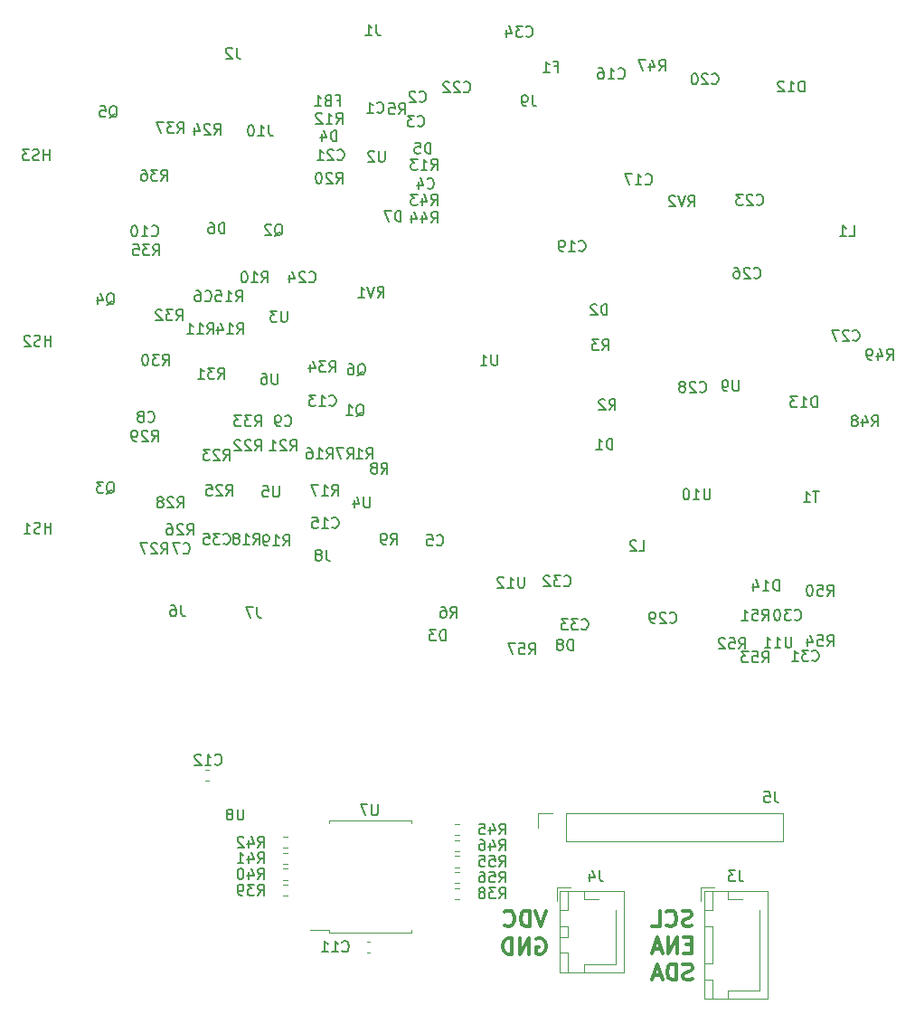
<source format=gbo>
G04 #@! TF.GenerationSoftware,KiCad,Pcbnew,(5.1.9-13-g2d491f9cbd)-1*
G04 #@! TF.CreationDate,2021-06-08T14:19:33+02:00*
G04 #@! TF.ProjectId,Load,4c6f6164-2e6b-4696-9361-645f70636258,rev?*
G04 #@! TF.SameCoordinates,Original*
G04 #@! TF.FileFunction,Legend,Bot*
G04 #@! TF.FilePolarity,Positive*
%FSLAX46Y46*%
G04 Gerber Fmt 4.6, Leading zero omitted, Abs format (unit mm)*
G04 Created by KiCad (PCBNEW (5.1.9-13-g2d491f9cbd)-1) date 2021-06-08 14:19:33*
%MOMM*%
%LPD*%
G01*
G04 APERTURE LIST*
%ADD10C,0.300000*%
%ADD11C,0.120000*%
%ADD12C,0.150000*%
G04 APERTURE END LIST*
D10*
X72339428Y-94370142D02*
X72125142Y-94441571D01*
X71768000Y-94441571D01*
X71625142Y-94370142D01*
X71553714Y-94298714D01*
X71482285Y-94155857D01*
X71482285Y-94013000D01*
X71553714Y-93870142D01*
X71625142Y-93798714D01*
X71768000Y-93727285D01*
X72053714Y-93655857D01*
X72196571Y-93584428D01*
X72268000Y-93513000D01*
X72339428Y-93370142D01*
X72339428Y-93227285D01*
X72268000Y-93084428D01*
X72196571Y-93013000D01*
X72053714Y-92941571D01*
X71696571Y-92941571D01*
X71482285Y-93013000D01*
X70839428Y-94441571D02*
X70839428Y-92941571D01*
X70482285Y-92941571D01*
X70268000Y-93013000D01*
X70125142Y-93155857D01*
X70053714Y-93298714D01*
X69982285Y-93584428D01*
X69982285Y-93798714D01*
X70053714Y-94084428D01*
X70125142Y-94227285D01*
X70268000Y-94370142D01*
X70482285Y-94441571D01*
X70839428Y-94441571D01*
X69410857Y-94013000D02*
X68696571Y-94013000D01*
X69553714Y-94441571D02*
X69053714Y-92941571D01*
X68553714Y-94441571D01*
X72268000Y-91155857D02*
X71768000Y-91155857D01*
X71553714Y-91941571D02*
X72268000Y-91941571D01*
X72268000Y-90441571D01*
X71553714Y-90441571D01*
X70910857Y-91941571D02*
X70910857Y-90441571D01*
X70053714Y-91941571D01*
X70053714Y-90441571D01*
X69410857Y-91513000D02*
X68696571Y-91513000D01*
X69553714Y-91941571D02*
X69053714Y-90441571D01*
X68553714Y-91941571D01*
X72303714Y-89370142D02*
X72089428Y-89441571D01*
X71732285Y-89441571D01*
X71589428Y-89370142D01*
X71518000Y-89298714D01*
X71446571Y-89155857D01*
X71446571Y-89013000D01*
X71518000Y-88870142D01*
X71589428Y-88798714D01*
X71732285Y-88727285D01*
X72018000Y-88655857D01*
X72160857Y-88584428D01*
X72232285Y-88513000D01*
X72303714Y-88370142D01*
X72303714Y-88227285D01*
X72232285Y-88084428D01*
X72160857Y-88013000D01*
X72018000Y-87941571D01*
X71660857Y-87941571D01*
X71446571Y-88013000D01*
X69946571Y-89298714D02*
X70018000Y-89370142D01*
X70232285Y-89441571D01*
X70375142Y-89441571D01*
X70589428Y-89370142D01*
X70732285Y-89227285D01*
X70803714Y-89084428D01*
X70875142Y-88798714D01*
X70875142Y-88584428D01*
X70803714Y-88298714D01*
X70732285Y-88155857D01*
X70589428Y-88013000D01*
X70375142Y-87941571D01*
X70232285Y-87941571D01*
X70018000Y-88013000D01*
X69946571Y-88084428D01*
X68589428Y-89441571D02*
X69303714Y-89441571D01*
X69303714Y-87941571D01*
X57760857Y-90613000D02*
X57903714Y-90541571D01*
X58118000Y-90541571D01*
X58332285Y-90613000D01*
X58475142Y-90755857D01*
X58546571Y-90898714D01*
X58618000Y-91184428D01*
X58618000Y-91398714D01*
X58546571Y-91684428D01*
X58475142Y-91827285D01*
X58332285Y-91970142D01*
X58118000Y-92041571D01*
X57975142Y-92041571D01*
X57760857Y-91970142D01*
X57689428Y-91898714D01*
X57689428Y-91398714D01*
X57975142Y-91398714D01*
X57046571Y-92041571D02*
X57046571Y-90541571D01*
X56189428Y-92041571D01*
X56189428Y-90541571D01*
X55475142Y-92041571D02*
X55475142Y-90541571D01*
X55118000Y-90541571D01*
X54903714Y-90613000D01*
X54760857Y-90755857D01*
X54689428Y-90898714D01*
X54618000Y-91184428D01*
X54618000Y-91398714D01*
X54689428Y-91684428D01*
X54760857Y-91827285D01*
X54903714Y-91970142D01*
X55118000Y-92041571D01*
X55475142Y-92041571D01*
X58618000Y-87941571D02*
X58118000Y-89441571D01*
X57618000Y-87941571D01*
X57118000Y-89441571D02*
X57118000Y-87941571D01*
X56760857Y-87941571D01*
X56546571Y-88013000D01*
X56403714Y-88155857D01*
X56332285Y-88298714D01*
X56260857Y-88584428D01*
X56260857Y-88798714D01*
X56332285Y-89084428D01*
X56403714Y-89227285D01*
X56546571Y-89370142D01*
X56760857Y-89441571D01*
X57118000Y-89441571D01*
X54760857Y-89298714D02*
X54832285Y-89370142D01*
X55046571Y-89441571D01*
X55189428Y-89441571D01*
X55403714Y-89370142D01*
X55546571Y-89227285D01*
X55618000Y-89084428D01*
X55689428Y-88798714D01*
X55689428Y-88584428D01*
X55618000Y-88298714D01*
X55546571Y-88155857D01*
X55403714Y-88013000D01*
X55189428Y-87941571D01*
X55046571Y-87941571D01*
X54832285Y-88013000D01*
X54760857Y-88084428D01*
D11*
X50555258Y-85385500D02*
X50080742Y-85385500D01*
X50555258Y-84340500D02*
X50080742Y-84340500D01*
X50555258Y-82385500D02*
X50080742Y-82385500D01*
X50555258Y-81340500D02*
X50080742Y-81340500D01*
X50555258Y-80885500D02*
X50080742Y-80885500D01*
X50555258Y-79840500D02*
X50080742Y-79840500D01*
X50555258Y-83885500D02*
X50080742Y-83885500D01*
X50555258Y-82840500D02*
X50080742Y-82840500D01*
X50555258Y-85840500D02*
X50080742Y-85840500D01*
X50555258Y-86885500D02*
X50080742Y-86885500D01*
X42218000Y-79503000D02*
X46078000Y-79503000D01*
X46078000Y-79503000D02*
X46078000Y-79758000D01*
X42218000Y-79503000D02*
X38358000Y-79503000D01*
X38358000Y-79503000D02*
X38358000Y-79758000D01*
X42218000Y-90023000D02*
X46078000Y-90023000D01*
X46078000Y-90023000D02*
X46078000Y-89768000D01*
X42218000Y-90023000D02*
X38358000Y-90023000D01*
X38358000Y-90023000D02*
X38358000Y-89768000D01*
X38358000Y-89768000D02*
X36543000Y-89768000D01*
X80868000Y-78833000D02*
X80868000Y-81493000D01*
X60488000Y-78833000D02*
X80868000Y-78833000D01*
X60488000Y-81493000D02*
X80868000Y-81493000D01*
X60488000Y-78833000D02*
X60488000Y-81493000D01*
X59218000Y-78833000D02*
X57888000Y-78833000D01*
X57888000Y-78833000D02*
X57888000Y-80163000D01*
X73458000Y-86103000D02*
X79428000Y-86103000D01*
X79428000Y-86103000D02*
X79428000Y-96223000D01*
X79428000Y-96223000D02*
X73458000Y-96223000D01*
X73458000Y-96223000D02*
X73458000Y-86103000D01*
X73468000Y-89413000D02*
X74218000Y-89413000D01*
X74218000Y-89413000D02*
X74218000Y-92913000D01*
X74218000Y-92913000D02*
X73468000Y-92913000D01*
X73468000Y-92913000D02*
X73468000Y-89413000D01*
X73468000Y-86113000D02*
X74218000Y-86113000D01*
X74218000Y-86113000D02*
X74218000Y-87913000D01*
X74218000Y-87913000D02*
X73468000Y-87913000D01*
X73468000Y-87913000D02*
X73468000Y-86113000D01*
X73468000Y-94413000D02*
X74218000Y-94413000D01*
X74218000Y-94413000D02*
X74218000Y-96213000D01*
X74218000Y-96213000D02*
X73468000Y-96213000D01*
X73468000Y-96213000D02*
X73468000Y-94413000D01*
X75718000Y-86113000D02*
X75718000Y-86863000D01*
X75718000Y-86863000D02*
X77058000Y-86863000D01*
X78668000Y-91163000D02*
X78668000Y-87923000D01*
X75718000Y-96213000D02*
X75718000Y-95463000D01*
X75718000Y-95463000D02*
X78668000Y-95463000D01*
X78668000Y-95463000D02*
X78668000Y-91163000D01*
X73168000Y-87063000D02*
X73168000Y-85813000D01*
X73168000Y-85813000D02*
X74418000Y-85813000D01*
X26777420Y-75773000D02*
X27058580Y-75773000D01*
X26777420Y-74753000D02*
X27058580Y-74753000D01*
X41877420Y-91873000D02*
X42158580Y-91873000D01*
X41877420Y-90853000D02*
X42158580Y-90853000D01*
X33980742Y-81040500D02*
X34455258Y-81040500D01*
X33980742Y-82085500D02*
X34455258Y-82085500D01*
X59958000Y-86103000D02*
X65928000Y-86103000D01*
X65928000Y-86103000D02*
X65928000Y-93723000D01*
X65928000Y-93723000D02*
X59958000Y-93723000D01*
X59958000Y-93723000D02*
X59958000Y-86103000D01*
X59968000Y-89413000D02*
X60718000Y-89413000D01*
X60718000Y-89413000D02*
X60718000Y-90413000D01*
X60718000Y-90413000D02*
X59968000Y-90413000D01*
X59968000Y-90413000D02*
X59968000Y-89413000D01*
X59968000Y-86113000D02*
X60718000Y-86113000D01*
X60718000Y-86113000D02*
X60718000Y-87913000D01*
X60718000Y-87913000D02*
X59968000Y-87913000D01*
X59968000Y-87913000D02*
X59968000Y-86113000D01*
X59968000Y-91913000D02*
X60718000Y-91913000D01*
X60718000Y-91913000D02*
X60718000Y-93713000D01*
X60718000Y-93713000D02*
X59968000Y-93713000D01*
X59968000Y-93713000D02*
X59968000Y-91913000D01*
X62218000Y-86113000D02*
X62218000Y-86863000D01*
X62218000Y-86863000D02*
X63558000Y-86863000D01*
X65168000Y-89913000D02*
X65168000Y-87923000D01*
X62218000Y-93713000D02*
X62218000Y-92963000D01*
X62218000Y-92963000D02*
X65168000Y-92963000D01*
X65168000Y-92963000D02*
X65168000Y-89913000D01*
X59668000Y-87063000D02*
X59668000Y-85813000D01*
X59668000Y-85813000D02*
X60918000Y-85813000D01*
X33980742Y-83585500D02*
X34455258Y-83585500D01*
X33980742Y-82540500D02*
X34455258Y-82540500D01*
X33980742Y-85085500D02*
X34455258Y-85085500D01*
X33980742Y-84040500D02*
X34455258Y-84040500D01*
X33980742Y-86585500D02*
X34455258Y-86585500D01*
X33980742Y-85540500D02*
X34455258Y-85540500D01*
D12*
X44108666Y-53665380D02*
X44442000Y-53189190D01*
X44680095Y-53665380D02*
X44680095Y-52665380D01*
X44299142Y-52665380D01*
X44203904Y-52713000D01*
X44156285Y-52760619D01*
X44108666Y-52855857D01*
X44108666Y-52998714D01*
X44156285Y-53093952D01*
X44203904Y-53141571D01*
X44299142Y-53189190D01*
X44680095Y-53189190D01*
X43632476Y-53665380D02*
X43442000Y-53665380D01*
X43346761Y-53617761D01*
X43299142Y-53570142D01*
X43203904Y-53427285D01*
X43156285Y-53236809D01*
X43156285Y-52855857D01*
X43203904Y-52760619D01*
X43251523Y-52713000D01*
X43346761Y-52665380D01*
X43537238Y-52665380D01*
X43632476Y-52713000D01*
X43680095Y-52760619D01*
X43727714Y-52855857D01*
X43727714Y-53093952D01*
X43680095Y-53189190D01*
X43632476Y-53236809D01*
X43537238Y-53284428D01*
X43346761Y-53284428D01*
X43251523Y-53236809D01*
X43203904Y-53189190D01*
X43156285Y-53093952D01*
X47886857Y-21915380D02*
X48220190Y-21439190D01*
X48458285Y-21915380D02*
X48458285Y-20915380D01*
X48077333Y-20915380D01*
X47982095Y-20963000D01*
X47934476Y-21010619D01*
X47886857Y-21105857D01*
X47886857Y-21248714D01*
X47934476Y-21343952D01*
X47982095Y-21391571D01*
X48077333Y-21439190D01*
X48458285Y-21439190D01*
X47029714Y-21248714D02*
X47029714Y-21915380D01*
X47267809Y-20867761D02*
X47505904Y-21582047D01*
X46886857Y-21582047D01*
X46601142Y-20915380D02*
X45982095Y-20915380D01*
X46315428Y-21296333D01*
X46172571Y-21296333D01*
X46077333Y-21343952D01*
X46029714Y-21391571D01*
X45982095Y-21486809D01*
X45982095Y-21724904D01*
X46029714Y-21820142D01*
X46077333Y-21867761D01*
X46172571Y-21915380D01*
X46458285Y-21915380D01*
X46553523Y-21867761D01*
X46601142Y-21820142D01*
X47886857Y-18613380D02*
X48220190Y-18137190D01*
X48458285Y-18613380D02*
X48458285Y-17613380D01*
X48077333Y-17613380D01*
X47982095Y-17661000D01*
X47934476Y-17708619D01*
X47886857Y-17803857D01*
X47886857Y-17946714D01*
X47934476Y-18041952D01*
X47982095Y-18089571D01*
X48077333Y-18137190D01*
X48458285Y-18137190D01*
X46934476Y-18613380D02*
X47505904Y-18613380D01*
X47220190Y-18613380D02*
X47220190Y-17613380D01*
X47315428Y-17756238D01*
X47410666Y-17851476D01*
X47505904Y-17899095D01*
X46601142Y-17613380D02*
X45982095Y-17613380D01*
X46315428Y-17994333D01*
X46172571Y-17994333D01*
X46077333Y-18041952D01*
X46029714Y-18089571D01*
X45982095Y-18184809D01*
X45982095Y-18422904D01*
X46029714Y-18518142D01*
X46077333Y-18565761D01*
X46172571Y-18613380D01*
X46458285Y-18613380D01*
X46553523Y-18565761D01*
X46601142Y-18518142D01*
X74009095Y-48474380D02*
X74009095Y-49283904D01*
X73961476Y-49379142D01*
X73913857Y-49426761D01*
X73818619Y-49474380D01*
X73628142Y-49474380D01*
X73532904Y-49426761D01*
X73485285Y-49379142D01*
X73437666Y-49283904D01*
X73437666Y-48474380D01*
X72437666Y-49474380D02*
X73009095Y-49474380D01*
X72723380Y-49474380D02*
X72723380Y-48474380D01*
X72818619Y-48617238D01*
X72913857Y-48712476D01*
X73009095Y-48760095D01*
X71818619Y-48474380D02*
X71723380Y-48474380D01*
X71628142Y-48522000D01*
X71580523Y-48569619D01*
X71532904Y-48664857D01*
X71485285Y-48855333D01*
X71485285Y-49093428D01*
X71532904Y-49283904D01*
X71580523Y-49379142D01*
X71628142Y-49426761D01*
X71723380Y-49474380D01*
X71818619Y-49474380D01*
X71913857Y-49426761D01*
X71961476Y-49379142D01*
X72009095Y-49283904D01*
X72056714Y-49093428D01*
X72056714Y-48855333D01*
X72009095Y-48664857D01*
X71961476Y-48569619D01*
X71913857Y-48522000D01*
X71818619Y-48474380D01*
X84200904Y-48728380D02*
X83629476Y-48728380D01*
X83915190Y-49728380D02*
X83915190Y-48728380D01*
X82772333Y-49728380D02*
X83343761Y-49728380D01*
X83058047Y-49728380D02*
X83058047Y-48728380D01*
X83153285Y-48871238D01*
X83248523Y-48966476D01*
X83343761Y-49014095D01*
X57030857Y-63952380D02*
X57364190Y-63476190D01*
X57602285Y-63952380D02*
X57602285Y-62952380D01*
X57221333Y-62952380D01*
X57126095Y-63000000D01*
X57078476Y-63047619D01*
X57030857Y-63142857D01*
X57030857Y-63285714D01*
X57078476Y-63380952D01*
X57126095Y-63428571D01*
X57221333Y-63476190D01*
X57602285Y-63476190D01*
X56126095Y-62952380D02*
X56602285Y-62952380D01*
X56649904Y-63428571D01*
X56602285Y-63380952D01*
X56507047Y-63333333D01*
X56268952Y-63333333D01*
X56173714Y-63380952D01*
X56126095Y-63428571D01*
X56078476Y-63523809D01*
X56078476Y-63761904D01*
X56126095Y-63857142D01*
X56173714Y-63904761D01*
X56268952Y-63952380D01*
X56507047Y-63952380D01*
X56602285Y-63904761D01*
X56649904Y-63857142D01*
X55745142Y-62952380D02*
X55078476Y-62952380D01*
X55507047Y-63952380D01*
X61190095Y-63571380D02*
X61190095Y-62571380D01*
X60952000Y-62571380D01*
X60809142Y-62619000D01*
X60713904Y-62714238D01*
X60666285Y-62809476D01*
X60618666Y-62999952D01*
X60618666Y-63142809D01*
X60666285Y-63333285D01*
X60713904Y-63428523D01*
X60809142Y-63523761D01*
X60952000Y-63571380D01*
X61190095Y-63571380D01*
X60047238Y-62999952D02*
X60142476Y-62952333D01*
X60190095Y-62904714D01*
X60237714Y-62809476D01*
X60237714Y-62761857D01*
X60190095Y-62666619D01*
X60142476Y-62619000D01*
X60047238Y-62571380D01*
X59856761Y-62571380D01*
X59761523Y-62619000D01*
X59713904Y-62666619D01*
X59666285Y-62761857D01*
X59666285Y-62809476D01*
X59713904Y-62904714D01*
X59761523Y-62952333D01*
X59856761Y-62999952D01*
X60047238Y-62999952D01*
X60142476Y-63047571D01*
X60190095Y-63095190D01*
X60237714Y-63190428D01*
X60237714Y-63380904D01*
X60190095Y-63476142D01*
X60142476Y-63523761D01*
X60047238Y-63571380D01*
X59856761Y-63571380D01*
X59761523Y-63523761D01*
X59713904Y-63476142D01*
X59666285Y-63380904D01*
X59666285Y-63190428D01*
X59713904Y-63095190D01*
X59761523Y-63047571D01*
X59856761Y-62999952D01*
X90558857Y-36393380D02*
X90892190Y-35917190D01*
X91130285Y-36393380D02*
X91130285Y-35393380D01*
X90749333Y-35393380D01*
X90654095Y-35441000D01*
X90606476Y-35488619D01*
X90558857Y-35583857D01*
X90558857Y-35726714D01*
X90606476Y-35821952D01*
X90654095Y-35869571D01*
X90749333Y-35917190D01*
X91130285Y-35917190D01*
X89701714Y-35726714D02*
X89701714Y-36393380D01*
X89939809Y-35345761D02*
X90177904Y-36060047D01*
X89558857Y-36060047D01*
X89130285Y-36393380D02*
X88939809Y-36393380D01*
X88844571Y-36345761D01*
X88796952Y-36298142D01*
X88701714Y-36155285D01*
X88654095Y-35964809D01*
X88654095Y-35583857D01*
X88701714Y-35488619D01*
X88749333Y-35441000D01*
X88844571Y-35393380D01*
X89035047Y-35393380D01*
X89130285Y-35441000D01*
X89177904Y-35488619D01*
X89225523Y-35583857D01*
X89225523Y-35821952D01*
X89177904Y-35917190D01*
X89130285Y-35964809D01*
X89035047Y-36012428D01*
X88844571Y-36012428D01*
X88749333Y-35964809D01*
X88701714Y-35917190D01*
X88654095Y-35821952D01*
X89161857Y-42616380D02*
X89495190Y-42140190D01*
X89733285Y-42616380D02*
X89733285Y-41616380D01*
X89352333Y-41616380D01*
X89257095Y-41664000D01*
X89209476Y-41711619D01*
X89161857Y-41806857D01*
X89161857Y-41949714D01*
X89209476Y-42044952D01*
X89257095Y-42092571D01*
X89352333Y-42140190D01*
X89733285Y-42140190D01*
X88304714Y-41949714D02*
X88304714Y-42616380D01*
X88542809Y-41568761D02*
X88780904Y-42283047D01*
X88161857Y-42283047D01*
X87638047Y-42044952D02*
X87733285Y-41997333D01*
X87780904Y-41949714D01*
X87828523Y-41854476D01*
X87828523Y-41806857D01*
X87780904Y-41711619D01*
X87733285Y-41664000D01*
X87638047Y-41616380D01*
X87447571Y-41616380D01*
X87352333Y-41664000D01*
X87304714Y-41711619D01*
X87257095Y-41806857D01*
X87257095Y-41854476D01*
X87304714Y-41949714D01*
X87352333Y-41997333D01*
X87447571Y-42044952D01*
X87638047Y-42044952D01*
X87733285Y-42092571D01*
X87780904Y-42140190D01*
X87828523Y-42235428D01*
X87828523Y-42425904D01*
X87780904Y-42521142D01*
X87733285Y-42568761D01*
X87638047Y-42616380D01*
X87447571Y-42616380D01*
X87352333Y-42568761D01*
X87304714Y-42521142D01*
X87257095Y-42425904D01*
X87257095Y-42235428D01*
X87304714Y-42140190D01*
X87352333Y-42092571D01*
X87447571Y-42044952D01*
X56776857Y-6072142D02*
X56824476Y-6119761D01*
X56967333Y-6167380D01*
X57062571Y-6167380D01*
X57205428Y-6119761D01*
X57300666Y-6024523D01*
X57348285Y-5929285D01*
X57395904Y-5738809D01*
X57395904Y-5595952D01*
X57348285Y-5405476D01*
X57300666Y-5310238D01*
X57205428Y-5215000D01*
X57062571Y-5167380D01*
X56967333Y-5167380D01*
X56824476Y-5215000D01*
X56776857Y-5262619D01*
X56443523Y-5167380D02*
X55824476Y-5167380D01*
X56157809Y-5548333D01*
X56014952Y-5548333D01*
X55919714Y-5595952D01*
X55872095Y-5643571D01*
X55824476Y-5738809D01*
X55824476Y-5976904D01*
X55872095Y-6072142D01*
X55919714Y-6119761D01*
X56014952Y-6167380D01*
X56300666Y-6167380D01*
X56395904Y-6119761D01*
X56443523Y-6072142D01*
X54967333Y-5500714D02*
X54967333Y-6167380D01*
X55205428Y-5119761D02*
X55443523Y-5834047D01*
X54824476Y-5834047D01*
X34043857Y-53792380D02*
X34377190Y-53316190D01*
X34615285Y-53792380D02*
X34615285Y-52792380D01*
X34234333Y-52792380D01*
X34139095Y-52840000D01*
X34091476Y-52887619D01*
X34043857Y-52982857D01*
X34043857Y-53125714D01*
X34091476Y-53220952D01*
X34139095Y-53268571D01*
X34234333Y-53316190D01*
X34615285Y-53316190D01*
X33091476Y-53792380D02*
X33662904Y-53792380D01*
X33377190Y-53792380D02*
X33377190Y-52792380D01*
X33472428Y-52935238D01*
X33567666Y-53030476D01*
X33662904Y-53078095D01*
X32615285Y-53792380D02*
X32424809Y-53792380D01*
X32329571Y-53744761D01*
X32281952Y-53697142D01*
X32186714Y-53554285D01*
X32139095Y-53363809D01*
X32139095Y-52982857D01*
X32186714Y-52887619D01*
X32234333Y-52840000D01*
X32329571Y-52792380D01*
X32520047Y-52792380D01*
X32615285Y-52840000D01*
X32662904Y-52887619D01*
X32710523Y-52982857D01*
X32710523Y-53220952D01*
X32662904Y-53316190D01*
X32615285Y-53363809D01*
X32520047Y-53411428D01*
X32329571Y-53411428D01*
X32234333Y-53363809D01*
X32186714Y-53316190D01*
X32139095Y-53220952D01*
X28455857Y-53570142D02*
X28503476Y-53617761D01*
X28646333Y-53665380D01*
X28741571Y-53665380D01*
X28884428Y-53617761D01*
X28979666Y-53522523D01*
X29027285Y-53427285D01*
X29074904Y-53236809D01*
X29074904Y-53093952D01*
X29027285Y-52903476D01*
X28979666Y-52808238D01*
X28884428Y-52713000D01*
X28741571Y-52665380D01*
X28646333Y-52665380D01*
X28503476Y-52713000D01*
X28455857Y-52760619D01*
X28122523Y-52665380D02*
X27503476Y-52665380D01*
X27836809Y-53046333D01*
X27693952Y-53046333D01*
X27598714Y-53093952D01*
X27551095Y-53141571D01*
X27503476Y-53236809D01*
X27503476Y-53474904D01*
X27551095Y-53570142D01*
X27598714Y-53617761D01*
X27693952Y-53665380D01*
X27979666Y-53665380D01*
X28074904Y-53617761D01*
X28122523Y-53570142D01*
X26598714Y-52665380D02*
X27074904Y-52665380D01*
X27122523Y-53141571D01*
X27074904Y-53093952D01*
X26979666Y-53046333D01*
X26741571Y-53046333D01*
X26646333Y-53093952D01*
X26598714Y-53141571D01*
X26551095Y-53236809D01*
X26551095Y-53474904D01*
X26598714Y-53570142D01*
X26646333Y-53617761D01*
X26741571Y-53665380D01*
X26979666Y-53665380D01*
X27074904Y-53617761D01*
X27122523Y-53570142D01*
X54260857Y-85315380D02*
X54594190Y-84839190D01*
X54832285Y-85315380D02*
X54832285Y-84315380D01*
X54451333Y-84315380D01*
X54356095Y-84363000D01*
X54308476Y-84410619D01*
X54260857Y-84505857D01*
X54260857Y-84648714D01*
X54308476Y-84743952D01*
X54356095Y-84791571D01*
X54451333Y-84839190D01*
X54832285Y-84839190D01*
X53356095Y-84315380D02*
X53832285Y-84315380D01*
X53879904Y-84791571D01*
X53832285Y-84743952D01*
X53737047Y-84696333D01*
X53498952Y-84696333D01*
X53403714Y-84743952D01*
X53356095Y-84791571D01*
X53308476Y-84886809D01*
X53308476Y-85124904D01*
X53356095Y-85220142D01*
X53403714Y-85267761D01*
X53498952Y-85315380D01*
X53737047Y-85315380D01*
X53832285Y-85267761D01*
X53879904Y-85220142D01*
X52451333Y-84315380D02*
X52641809Y-84315380D01*
X52737047Y-84363000D01*
X52784666Y-84410619D01*
X52879904Y-84553476D01*
X52927523Y-84743952D01*
X52927523Y-85124904D01*
X52879904Y-85220142D01*
X52832285Y-85267761D01*
X52737047Y-85315380D01*
X52546571Y-85315380D01*
X52451333Y-85267761D01*
X52403714Y-85220142D01*
X52356095Y-85124904D01*
X52356095Y-84886809D01*
X52403714Y-84791571D01*
X52451333Y-84743952D01*
X52546571Y-84696333D01*
X52737047Y-84696333D01*
X52832285Y-84743952D01*
X52879904Y-84791571D01*
X52927523Y-84886809D01*
X54260857Y-82315380D02*
X54594190Y-81839190D01*
X54832285Y-82315380D02*
X54832285Y-81315380D01*
X54451333Y-81315380D01*
X54356095Y-81363000D01*
X54308476Y-81410619D01*
X54260857Y-81505857D01*
X54260857Y-81648714D01*
X54308476Y-81743952D01*
X54356095Y-81791571D01*
X54451333Y-81839190D01*
X54832285Y-81839190D01*
X53403714Y-81648714D02*
X53403714Y-82315380D01*
X53641809Y-81267761D02*
X53879904Y-81982047D01*
X53260857Y-81982047D01*
X52451333Y-81315380D02*
X52641809Y-81315380D01*
X52737047Y-81363000D01*
X52784666Y-81410619D01*
X52879904Y-81553476D01*
X52927523Y-81743952D01*
X52927523Y-82124904D01*
X52879904Y-82220142D01*
X52832285Y-82267761D01*
X52737047Y-82315380D01*
X52546571Y-82315380D01*
X52451333Y-82267761D01*
X52403714Y-82220142D01*
X52356095Y-82124904D01*
X52356095Y-81886809D01*
X52403714Y-81791571D01*
X52451333Y-81743952D01*
X52546571Y-81696333D01*
X52737047Y-81696333D01*
X52832285Y-81743952D01*
X52879904Y-81791571D01*
X52927523Y-81886809D01*
X54260857Y-80815380D02*
X54594190Y-80339190D01*
X54832285Y-80815380D02*
X54832285Y-79815380D01*
X54451333Y-79815380D01*
X54356095Y-79863000D01*
X54308476Y-79910619D01*
X54260857Y-80005857D01*
X54260857Y-80148714D01*
X54308476Y-80243952D01*
X54356095Y-80291571D01*
X54451333Y-80339190D01*
X54832285Y-80339190D01*
X53403714Y-80148714D02*
X53403714Y-80815380D01*
X53641809Y-79767761D02*
X53879904Y-80482047D01*
X53260857Y-80482047D01*
X52403714Y-79815380D02*
X52879904Y-79815380D01*
X52927523Y-80291571D01*
X52879904Y-80243952D01*
X52784666Y-80196333D01*
X52546571Y-80196333D01*
X52451333Y-80243952D01*
X52403714Y-80291571D01*
X52356095Y-80386809D01*
X52356095Y-80624904D01*
X52403714Y-80720142D01*
X52451333Y-80767761D01*
X52546571Y-80815380D01*
X52784666Y-80815380D01*
X52879904Y-80767761D01*
X52927523Y-80720142D01*
X54260857Y-83815380D02*
X54594190Y-83339190D01*
X54832285Y-83815380D02*
X54832285Y-82815380D01*
X54451333Y-82815380D01*
X54356095Y-82863000D01*
X54308476Y-82910619D01*
X54260857Y-83005857D01*
X54260857Y-83148714D01*
X54308476Y-83243952D01*
X54356095Y-83291571D01*
X54451333Y-83339190D01*
X54832285Y-83339190D01*
X53356095Y-82815380D02*
X53832285Y-82815380D01*
X53879904Y-83291571D01*
X53832285Y-83243952D01*
X53737047Y-83196333D01*
X53498952Y-83196333D01*
X53403714Y-83243952D01*
X53356095Y-83291571D01*
X53308476Y-83386809D01*
X53308476Y-83624904D01*
X53356095Y-83720142D01*
X53403714Y-83767761D01*
X53498952Y-83815380D01*
X53737047Y-83815380D01*
X53832285Y-83767761D01*
X53879904Y-83720142D01*
X52403714Y-82815380D02*
X52879904Y-82815380D01*
X52927523Y-83291571D01*
X52879904Y-83243952D01*
X52784666Y-83196333D01*
X52546571Y-83196333D01*
X52451333Y-83243952D01*
X52403714Y-83291571D01*
X52356095Y-83386809D01*
X52356095Y-83624904D01*
X52403714Y-83720142D01*
X52451333Y-83767761D01*
X52546571Y-83815380D01*
X52784666Y-83815380D01*
X52879904Y-83767761D01*
X52927523Y-83720142D01*
X54260857Y-86815380D02*
X54594190Y-86339190D01*
X54832285Y-86815380D02*
X54832285Y-85815380D01*
X54451333Y-85815380D01*
X54356095Y-85863000D01*
X54308476Y-85910619D01*
X54260857Y-86005857D01*
X54260857Y-86148714D01*
X54308476Y-86243952D01*
X54356095Y-86291571D01*
X54451333Y-86339190D01*
X54832285Y-86339190D01*
X53927523Y-85815380D02*
X53308476Y-85815380D01*
X53641809Y-86196333D01*
X53498952Y-86196333D01*
X53403714Y-86243952D01*
X53356095Y-86291571D01*
X53308476Y-86386809D01*
X53308476Y-86624904D01*
X53356095Y-86720142D01*
X53403714Y-86767761D01*
X53498952Y-86815380D01*
X53784666Y-86815380D01*
X53879904Y-86767761D01*
X53927523Y-86720142D01*
X52737047Y-86243952D02*
X52832285Y-86196333D01*
X52879904Y-86148714D01*
X52927523Y-86053476D01*
X52927523Y-86005857D01*
X52879904Y-85910619D01*
X52832285Y-85863000D01*
X52737047Y-85815380D01*
X52546571Y-85815380D01*
X52451333Y-85863000D01*
X52403714Y-85910619D01*
X52356095Y-86005857D01*
X52356095Y-86053476D01*
X52403714Y-86148714D01*
X52451333Y-86196333D01*
X52546571Y-86243952D01*
X52737047Y-86243952D01*
X52832285Y-86291571D01*
X52879904Y-86339190D01*
X52927523Y-86434428D01*
X52927523Y-86624904D01*
X52879904Y-86720142D01*
X52832285Y-86767761D01*
X52737047Y-86815380D01*
X52546571Y-86815380D01*
X52451333Y-86767761D01*
X52403714Y-86720142D01*
X52356095Y-86624904D01*
X52356095Y-86434428D01*
X52403714Y-86339190D01*
X52451333Y-86291571D01*
X52546571Y-86243952D01*
X38052333Y-54189380D02*
X38052333Y-54903666D01*
X38099952Y-55046523D01*
X38195190Y-55141761D01*
X38338047Y-55189380D01*
X38433285Y-55189380D01*
X37433285Y-54617952D02*
X37528523Y-54570333D01*
X37576142Y-54522714D01*
X37623761Y-54427476D01*
X37623761Y-54379857D01*
X37576142Y-54284619D01*
X37528523Y-54237000D01*
X37433285Y-54189380D01*
X37242809Y-54189380D01*
X37147571Y-54237000D01*
X37099952Y-54284619D01*
X37052333Y-54379857D01*
X37052333Y-54427476D01*
X37099952Y-54522714D01*
X37147571Y-54570333D01*
X37242809Y-54617952D01*
X37433285Y-54617952D01*
X37528523Y-54665571D01*
X37576142Y-54713190D01*
X37623761Y-54808428D01*
X37623761Y-54998904D01*
X37576142Y-55094142D01*
X37528523Y-55141761D01*
X37433285Y-55189380D01*
X37242809Y-55189380D01*
X37147571Y-55141761D01*
X37099952Y-55094142D01*
X37052333Y-54998904D01*
X37052333Y-54808428D01*
X37099952Y-54713190D01*
X37147571Y-54665571D01*
X37242809Y-54617952D01*
X31575333Y-59523380D02*
X31575333Y-60237666D01*
X31622952Y-60380523D01*
X31718190Y-60475761D01*
X31861047Y-60523380D01*
X31956285Y-60523380D01*
X31194380Y-59523380D02*
X30527714Y-59523380D01*
X30956285Y-60523380D01*
X47886857Y-23566380D02*
X48220190Y-23090190D01*
X48458285Y-23566380D02*
X48458285Y-22566380D01*
X48077333Y-22566380D01*
X47982095Y-22614000D01*
X47934476Y-22661619D01*
X47886857Y-22756857D01*
X47886857Y-22899714D01*
X47934476Y-22994952D01*
X47982095Y-23042571D01*
X48077333Y-23090190D01*
X48458285Y-23090190D01*
X47029714Y-22899714D02*
X47029714Y-23566380D01*
X47267809Y-22518761D02*
X47505904Y-23233047D01*
X46886857Y-23233047D01*
X46077333Y-22899714D02*
X46077333Y-23566380D01*
X46315428Y-22518761D02*
X46553523Y-23233047D01*
X45934476Y-23233047D01*
X40989238Y-37885619D02*
X41084476Y-37838000D01*
X41179714Y-37742761D01*
X41322571Y-37599904D01*
X41417809Y-37552285D01*
X41513047Y-37552285D01*
X41465428Y-37790380D02*
X41560666Y-37742761D01*
X41655904Y-37647523D01*
X41703523Y-37457047D01*
X41703523Y-37123714D01*
X41655904Y-36933238D01*
X41560666Y-36838000D01*
X41465428Y-36790380D01*
X41274952Y-36790380D01*
X41179714Y-36838000D01*
X41084476Y-36933238D01*
X41036857Y-37123714D01*
X41036857Y-37457047D01*
X41084476Y-37647523D01*
X41179714Y-37742761D01*
X41274952Y-37790380D01*
X41465428Y-37790380D01*
X40179714Y-36790380D02*
X40370190Y-36790380D01*
X40465428Y-36838000D01*
X40513047Y-36885619D01*
X40608285Y-37028476D01*
X40655904Y-37218952D01*
X40655904Y-37599904D01*
X40608285Y-37695142D01*
X40560666Y-37742761D01*
X40465428Y-37790380D01*
X40274952Y-37790380D01*
X40179714Y-37742761D01*
X40132095Y-37695142D01*
X40084476Y-37599904D01*
X40084476Y-37361809D01*
X40132095Y-37266571D01*
X40179714Y-37218952D01*
X40274952Y-37171333D01*
X40465428Y-37171333D01*
X40560666Y-37218952D01*
X40608285Y-37266571D01*
X40655904Y-37361809D01*
X32686523Y-14438380D02*
X32686523Y-15152666D01*
X32734142Y-15295523D01*
X32829380Y-15390761D01*
X32972238Y-15438380D01*
X33067476Y-15438380D01*
X31686523Y-15438380D02*
X32257952Y-15438380D01*
X31972238Y-15438380D02*
X31972238Y-14438380D01*
X32067476Y-14581238D01*
X32162714Y-14676476D01*
X32257952Y-14724095D01*
X31067476Y-14438380D02*
X30972238Y-14438380D01*
X30877000Y-14486000D01*
X30829380Y-14533619D01*
X30781761Y-14628857D01*
X30734142Y-14819333D01*
X30734142Y-15057428D01*
X30781761Y-15247904D01*
X30829380Y-15343142D01*
X30877000Y-15390761D01*
X30972238Y-15438380D01*
X31067476Y-15438380D01*
X31162714Y-15390761D01*
X31210333Y-15343142D01*
X31257952Y-15247904D01*
X31305571Y-15057428D01*
X31305571Y-14819333D01*
X31257952Y-14628857D01*
X31210333Y-14533619D01*
X31162714Y-14486000D01*
X31067476Y-14438380D01*
X29670333Y-7199380D02*
X29670333Y-7913666D01*
X29717952Y-8056523D01*
X29813190Y-8151761D01*
X29956047Y-8199380D01*
X30051285Y-8199380D01*
X29241761Y-7294619D02*
X29194142Y-7247000D01*
X29098904Y-7199380D01*
X28860809Y-7199380D01*
X28765571Y-7247000D01*
X28717952Y-7294619D01*
X28670333Y-7389857D01*
X28670333Y-7485095D01*
X28717952Y-7627952D01*
X29289380Y-8199380D01*
X28670333Y-8199380D01*
X45061095Y-23439380D02*
X45061095Y-22439380D01*
X44823000Y-22439380D01*
X44680142Y-22487000D01*
X44584904Y-22582238D01*
X44537285Y-22677476D01*
X44489666Y-22867952D01*
X44489666Y-23010809D01*
X44537285Y-23201285D01*
X44584904Y-23296523D01*
X44680142Y-23391761D01*
X44823000Y-23439380D01*
X45061095Y-23439380D01*
X44156333Y-22439380D02*
X43489666Y-22439380D01*
X43918238Y-23439380D01*
X64873095Y-44775380D02*
X64873095Y-43775380D01*
X64635000Y-43775380D01*
X64492142Y-43823000D01*
X64396904Y-43918238D01*
X64349285Y-44013476D01*
X64301666Y-44203952D01*
X64301666Y-44346809D01*
X64349285Y-44537285D01*
X64396904Y-44632523D01*
X64492142Y-44727761D01*
X64635000Y-44775380D01*
X64873095Y-44775380D01*
X63349285Y-44775380D02*
X63920714Y-44775380D01*
X63635000Y-44775380D02*
X63635000Y-43775380D01*
X63730238Y-43918238D01*
X63825476Y-44013476D01*
X63920714Y-44061095D01*
X76707904Y-38314380D02*
X76707904Y-39123904D01*
X76660285Y-39219142D01*
X76612666Y-39266761D01*
X76517428Y-39314380D01*
X76326952Y-39314380D01*
X76231714Y-39266761D01*
X76184095Y-39219142D01*
X76136476Y-39123904D01*
X76136476Y-38314380D01*
X75612666Y-39314380D02*
X75422190Y-39314380D01*
X75326952Y-39266761D01*
X75279333Y-39219142D01*
X75184095Y-39076285D01*
X75136476Y-38885809D01*
X75136476Y-38504857D01*
X75184095Y-38409619D01*
X75231714Y-38362000D01*
X75326952Y-38314380D01*
X75517428Y-38314380D01*
X75612666Y-38362000D01*
X75660285Y-38409619D01*
X75707904Y-38504857D01*
X75707904Y-38742952D01*
X75660285Y-38838190D01*
X75612666Y-38885809D01*
X75517428Y-38933428D01*
X75326952Y-38933428D01*
X75231714Y-38885809D01*
X75184095Y-38838190D01*
X75136476Y-38742952D01*
X42879904Y-78015380D02*
X42879904Y-78824904D01*
X42832285Y-78920142D01*
X42784666Y-78967761D01*
X42689428Y-79015380D01*
X42498952Y-79015380D01*
X42403714Y-78967761D01*
X42356095Y-78920142D01*
X42308476Y-78824904D01*
X42308476Y-78015380D01*
X41927523Y-78015380D02*
X41260857Y-78015380D01*
X41689428Y-79015380D01*
X33527904Y-37679380D02*
X33527904Y-38488904D01*
X33480285Y-38584142D01*
X33432666Y-38631761D01*
X33337428Y-38679380D01*
X33146952Y-38679380D01*
X33051714Y-38631761D01*
X33004095Y-38584142D01*
X32956476Y-38488904D01*
X32956476Y-37679380D01*
X32051714Y-37679380D02*
X32242190Y-37679380D01*
X32337428Y-37727000D01*
X32385047Y-37774619D01*
X32480285Y-37917476D01*
X32527904Y-38107952D01*
X32527904Y-38488904D01*
X32480285Y-38584142D01*
X32432666Y-38631761D01*
X32337428Y-38679380D01*
X32146952Y-38679380D01*
X32051714Y-38631761D01*
X32004095Y-38584142D01*
X31956476Y-38488904D01*
X31956476Y-38250809D01*
X32004095Y-38155571D01*
X32051714Y-38107952D01*
X32146952Y-38060333D01*
X32337428Y-38060333D01*
X32432666Y-38107952D01*
X32480285Y-38155571D01*
X32527904Y-38250809D01*
X33654904Y-48220380D02*
X33654904Y-49029904D01*
X33607285Y-49125142D01*
X33559666Y-49172761D01*
X33464428Y-49220380D01*
X33273952Y-49220380D01*
X33178714Y-49172761D01*
X33131095Y-49125142D01*
X33083476Y-49029904D01*
X33083476Y-48220380D01*
X32131095Y-48220380D02*
X32607285Y-48220380D01*
X32654904Y-48696571D01*
X32607285Y-48648952D01*
X32512047Y-48601333D01*
X32273952Y-48601333D01*
X32178714Y-48648952D01*
X32131095Y-48696571D01*
X32083476Y-48791809D01*
X32083476Y-49029904D01*
X32131095Y-49125142D01*
X32178714Y-49172761D01*
X32273952Y-49220380D01*
X32512047Y-49220380D01*
X32607285Y-49172761D01*
X32654904Y-49125142D01*
X42163904Y-49236380D02*
X42163904Y-50045904D01*
X42116285Y-50141142D01*
X42068666Y-50188761D01*
X41973428Y-50236380D01*
X41782952Y-50236380D01*
X41687714Y-50188761D01*
X41640095Y-50141142D01*
X41592476Y-50045904D01*
X41592476Y-49236380D01*
X40687714Y-49569714D02*
X40687714Y-50236380D01*
X40925809Y-49188761D02*
X41163904Y-49903047D01*
X40544857Y-49903047D01*
X43560904Y-16851380D02*
X43560904Y-17660904D01*
X43513285Y-17756142D01*
X43465666Y-17803761D01*
X43370428Y-17851380D01*
X43179952Y-17851380D01*
X43084714Y-17803761D01*
X43037095Y-17756142D01*
X42989476Y-17660904D01*
X42989476Y-16851380D01*
X42560904Y-16946619D02*
X42513285Y-16899000D01*
X42418047Y-16851380D01*
X42179952Y-16851380D01*
X42084714Y-16899000D01*
X42037095Y-16946619D01*
X41989476Y-17041857D01*
X41989476Y-17137095D01*
X42037095Y-17279952D01*
X42608523Y-17851380D01*
X41989476Y-17851380D01*
X71969238Y-22042380D02*
X72302571Y-21566190D01*
X72540666Y-22042380D02*
X72540666Y-21042380D01*
X72159714Y-21042380D01*
X72064476Y-21090000D01*
X72016857Y-21137619D01*
X71969238Y-21232857D01*
X71969238Y-21375714D01*
X72016857Y-21470952D01*
X72064476Y-21518571D01*
X72159714Y-21566190D01*
X72540666Y-21566190D01*
X71683523Y-21042380D02*
X71350190Y-22042380D01*
X71016857Y-21042380D01*
X70731142Y-21137619D02*
X70683523Y-21090000D01*
X70588285Y-21042380D01*
X70350190Y-21042380D01*
X70254952Y-21090000D01*
X70207333Y-21137619D01*
X70159714Y-21232857D01*
X70159714Y-21328095D01*
X70207333Y-21470952D01*
X70778761Y-22042380D01*
X70159714Y-22042380D01*
X42886238Y-30551380D02*
X43219571Y-30075190D01*
X43457666Y-30551380D02*
X43457666Y-29551380D01*
X43076714Y-29551380D01*
X42981476Y-29599000D01*
X42933857Y-29646619D01*
X42886238Y-29741857D01*
X42886238Y-29884714D01*
X42933857Y-29979952D01*
X42981476Y-30027571D01*
X43076714Y-30075190D01*
X43457666Y-30075190D01*
X42600523Y-29551380D02*
X42267190Y-30551380D01*
X41933857Y-29551380D01*
X41076714Y-30551380D02*
X41648142Y-30551380D01*
X41362428Y-30551380D02*
X41362428Y-29551380D01*
X41457666Y-29694238D01*
X41552904Y-29789476D01*
X41648142Y-29837095D01*
X78874857Y-64714380D02*
X79208190Y-64238190D01*
X79446285Y-64714380D02*
X79446285Y-63714380D01*
X79065333Y-63714380D01*
X78970095Y-63762000D01*
X78922476Y-63809619D01*
X78874857Y-63904857D01*
X78874857Y-64047714D01*
X78922476Y-64142952D01*
X78970095Y-64190571D01*
X79065333Y-64238190D01*
X79446285Y-64238190D01*
X77970095Y-63714380D02*
X78446285Y-63714380D01*
X78493904Y-64190571D01*
X78446285Y-64142952D01*
X78351047Y-64095333D01*
X78112952Y-64095333D01*
X78017714Y-64142952D01*
X77970095Y-64190571D01*
X77922476Y-64285809D01*
X77922476Y-64523904D01*
X77970095Y-64619142D01*
X78017714Y-64666761D01*
X78112952Y-64714380D01*
X78351047Y-64714380D01*
X78446285Y-64666761D01*
X78493904Y-64619142D01*
X77589142Y-63714380D02*
X76970095Y-63714380D01*
X77303428Y-64095333D01*
X77160571Y-64095333D01*
X77065333Y-64142952D01*
X77017714Y-64190571D01*
X76970095Y-64285809D01*
X76970095Y-64523904D01*
X77017714Y-64619142D01*
X77065333Y-64666761D01*
X77160571Y-64714380D01*
X77446285Y-64714380D01*
X77541523Y-64666761D01*
X77589142Y-64619142D01*
X76715857Y-63444380D02*
X77049190Y-62968190D01*
X77287285Y-63444380D02*
X77287285Y-62444380D01*
X76906333Y-62444380D01*
X76811095Y-62492000D01*
X76763476Y-62539619D01*
X76715857Y-62634857D01*
X76715857Y-62777714D01*
X76763476Y-62872952D01*
X76811095Y-62920571D01*
X76906333Y-62968190D01*
X77287285Y-62968190D01*
X75811095Y-62444380D02*
X76287285Y-62444380D01*
X76334904Y-62920571D01*
X76287285Y-62872952D01*
X76192047Y-62825333D01*
X75953952Y-62825333D01*
X75858714Y-62872952D01*
X75811095Y-62920571D01*
X75763476Y-63015809D01*
X75763476Y-63253904D01*
X75811095Y-63349142D01*
X75858714Y-63396761D01*
X75953952Y-63444380D01*
X76192047Y-63444380D01*
X76287285Y-63396761D01*
X76334904Y-63349142D01*
X75382523Y-62539619D02*
X75334904Y-62492000D01*
X75239666Y-62444380D01*
X75001571Y-62444380D01*
X74906333Y-62492000D01*
X74858714Y-62539619D01*
X74811095Y-62634857D01*
X74811095Y-62730095D01*
X74858714Y-62872952D01*
X75430142Y-63444380D01*
X74811095Y-63444380D01*
X84970857Y-58491380D02*
X85304190Y-58015190D01*
X85542285Y-58491380D02*
X85542285Y-57491380D01*
X85161333Y-57491380D01*
X85066095Y-57539000D01*
X85018476Y-57586619D01*
X84970857Y-57681857D01*
X84970857Y-57824714D01*
X85018476Y-57919952D01*
X85066095Y-57967571D01*
X85161333Y-58015190D01*
X85542285Y-58015190D01*
X84066095Y-57491380D02*
X84542285Y-57491380D01*
X84589904Y-57967571D01*
X84542285Y-57919952D01*
X84447047Y-57872333D01*
X84208952Y-57872333D01*
X84113714Y-57919952D01*
X84066095Y-57967571D01*
X84018476Y-58062809D01*
X84018476Y-58300904D01*
X84066095Y-58396142D01*
X84113714Y-58443761D01*
X84208952Y-58491380D01*
X84447047Y-58491380D01*
X84542285Y-58443761D01*
X84589904Y-58396142D01*
X83399428Y-57491380D02*
X83304190Y-57491380D01*
X83208952Y-57539000D01*
X83161333Y-57586619D01*
X83113714Y-57681857D01*
X83066095Y-57872333D01*
X83066095Y-58110428D01*
X83113714Y-58300904D01*
X83161333Y-58396142D01*
X83208952Y-58443761D01*
X83304190Y-58491380D01*
X83399428Y-58491380D01*
X83494666Y-58443761D01*
X83542285Y-58396142D01*
X83589904Y-58300904D01*
X83637523Y-58110428D01*
X83637523Y-57872333D01*
X83589904Y-57681857D01*
X83542285Y-57586619D01*
X83494666Y-57539000D01*
X83399428Y-57491380D01*
X69222857Y-9342380D02*
X69556190Y-8866190D01*
X69794285Y-9342380D02*
X69794285Y-8342380D01*
X69413333Y-8342380D01*
X69318095Y-8390000D01*
X69270476Y-8437619D01*
X69222857Y-8532857D01*
X69222857Y-8675714D01*
X69270476Y-8770952D01*
X69318095Y-8818571D01*
X69413333Y-8866190D01*
X69794285Y-8866190D01*
X68365714Y-8675714D02*
X68365714Y-9342380D01*
X68603809Y-8294761D02*
X68841904Y-9009047D01*
X68222857Y-9009047D01*
X67937142Y-8342380D02*
X67270476Y-8342380D01*
X67699047Y-9342380D01*
X24137857Y-15184380D02*
X24471190Y-14708190D01*
X24709285Y-15184380D02*
X24709285Y-14184380D01*
X24328333Y-14184380D01*
X24233095Y-14232000D01*
X24185476Y-14279619D01*
X24137857Y-14374857D01*
X24137857Y-14517714D01*
X24185476Y-14612952D01*
X24233095Y-14660571D01*
X24328333Y-14708190D01*
X24709285Y-14708190D01*
X23804523Y-14184380D02*
X23185476Y-14184380D01*
X23518809Y-14565333D01*
X23375952Y-14565333D01*
X23280714Y-14612952D01*
X23233095Y-14660571D01*
X23185476Y-14755809D01*
X23185476Y-14993904D01*
X23233095Y-15089142D01*
X23280714Y-15136761D01*
X23375952Y-15184380D01*
X23661666Y-15184380D01*
X23756904Y-15136761D01*
X23804523Y-15089142D01*
X22852142Y-14184380D02*
X22185476Y-14184380D01*
X22614047Y-15184380D01*
X24010857Y-32710380D02*
X24344190Y-32234190D01*
X24582285Y-32710380D02*
X24582285Y-31710380D01*
X24201333Y-31710380D01*
X24106095Y-31758000D01*
X24058476Y-31805619D01*
X24010857Y-31900857D01*
X24010857Y-32043714D01*
X24058476Y-32138952D01*
X24106095Y-32186571D01*
X24201333Y-32234190D01*
X24582285Y-32234190D01*
X23677523Y-31710380D02*
X23058476Y-31710380D01*
X23391809Y-32091333D01*
X23248952Y-32091333D01*
X23153714Y-32138952D01*
X23106095Y-32186571D01*
X23058476Y-32281809D01*
X23058476Y-32519904D01*
X23106095Y-32615142D01*
X23153714Y-32662761D01*
X23248952Y-32710380D01*
X23534666Y-32710380D01*
X23629904Y-32662761D01*
X23677523Y-32615142D01*
X22677523Y-31805619D02*
X22629904Y-31758000D01*
X22534666Y-31710380D01*
X22296571Y-31710380D01*
X22201333Y-31758000D01*
X22153714Y-31805619D01*
X22106095Y-31900857D01*
X22106095Y-31996095D01*
X22153714Y-32138952D01*
X22725142Y-32710380D01*
X22106095Y-32710380D01*
X27947857Y-38171380D02*
X28281190Y-37695190D01*
X28519285Y-38171380D02*
X28519285Y-37171380D01*
X28138333Y-37171380D01*
X28043095Y-37219000D01*
X27995476Y-37266619D01*
X27947857Y-37361857D01*
X27947857Y-37504714D01*
X27995476Y-37599952D01*
X28043095Y-37647571D01*
X28138333Y-37695190D01*
X28519285Y-37695190D01*
X27614523Y-37171380D02*
X26995476Y-37171380D01*
X27328809Y-37552333D01*
X27185952Y-37552333D01*
X27090714Y-37599952D01*
X27043095Y-37647571D01*
X26995476Y-37742809D01*
X26995476Y-37980904D01*
X27043095Y-38076142D01*
X27090714Y-38123761D01*
X27185952Y-38171380D01*
X27471666Y-38171380D01*
X27566904Y-38123761D01*
X27614523Y-38076142D01*
X26043095Y-38171380D02*
X26614523Y-38171380D01*
X26328809Y-38171380D02*
X26328809Y-37171380D01*
X26424047Y-37314238D01*
X26519285Y-37409476D01*
X26614523Y-37457095D01*
X24137857Y-50236380D02*
X24471190Y-49760190D01*
X24709285Y-50236380D02*
X24709285Y-49236380D01*
X24328333Y-49236380D01*
X24233095Y-49284000D01*
X24185476Y-49331619D01*
X24137857Y-49426857D01*
X24137857Y-49569714D01*
X24185476Y-49664952D01*
X24233095Y-49712571D01*
X24328333Y-49760190D01*
X24709285Y-49760190D01*
X23756904Y-49331619D02*
X23709285Y-49284000D01*
X23614047Y-49236380D01*
X23375952Y-49236380D01*
X23280714Y-49284000D01*
X23233095Y-49331619D01*
X23185476Y-49426857D01*
X23185476Y-49522095D01*
X23233095Y-49664952D01*
X23804523Y-50236380D01*
X23185476Y-50236380D01*
X22614047Y-49664952D02*
X22709285Y-49617333D01*
X22756904Y-49569714D01*
X22804523Y-49474476D01*
X22804523Y-49426857D01*
X22756904Y-49331619D01*
X22709285Y-49284000D01*
X22614047Y-49236380D01*
X22423571Y-49236380D01*
X22328333Y-49284000D01*
X22280714Y-49331619D01*
X22233095Y-49426857D01*
X22233095Y-49474476D01*
X22280714Y-49569714D01*
X22328333Y-49617333D01*
X22423571Y-49664952D01*
X22614047Y-49664952D01*
X22709285Y-49712571D01*
X22756904Y-49760190D01*
X22804523Y-49855428D01*
X22804523Y-50045904D01*
X22756904Y-50141142D01*
X22709285Y-50188761D01*
X22614047Y-50236380D01*
X22423571Y-50236380D01*
X22328333Y-50188761D01*
X22280714Y-50141142D01*
X22233095Y-50045904D01*
X22233095Y-49855428D01*
X22280714Y-49760190D01*
X22328333Y-49712571D01*
X22423571Y-49664952D01*
X31249857Y-53665380D02*
X31583190Y-53189190D01*
X31821285Y-53665380D02*
X31821285Y-52665380D01*
X31440333Y-52665380D01*
X31345095Y-52713000D01*
X31297476Y-52760619D01*
X31249857Y-52855857D01*
X31249857Y-52998714D01*
X31297476Y-53093952D01*
X31345095Y-53141571D01*
X31440333Y-53189190D01*
X31821285Y-53189190D01*
X30297476Y-53665380D02*
X30868904Y-53665380D01*
X30583190Y-53665380D02*
X30583190Y-52665380D01*
X30678428Y-52808238D01*
X30773666Y-52903476D01*
X30868904Y-52951095D01*
X29726047Y-53093952D02*
X29821285Y-53046333D01*
X29868904Y-52998714D01*
X29916523Y-52903476D01*
X29916523Y-52855857D01*
X29868904Y-52760619D01*
X29821285Y-52713000D01*
X29726047Y-52665380D01*
X29535571Y-52665380D01*
X29440333Y-52713000D01*
X29392714Y-52760619D01*
X29345095Y-52855857D01*
X29345095Y-52903476D01*
X29392714Y-52998714D01*
X29440333Y-53046333D01*
X29535571Y-53093952D01*
X29726047Y-53093952D01*
X29821285Y-53141571D01*
X29868904Y-53189190D01*
X29916523Y-53284428D01*
X29916523Y-53474904D01*
X29868904Y-53570142D01*
X29821285Y-53617761D01*
X29726047Y-53665380D01*
X29535571Y-53665380D01*
X29440333Y-53617761D01*
X29392714Y-53570142D01*
X29345095Y-53474904D01*
X29345095Y-53284428D01*
X29392714Y-53189190D01*
X29440333Y-53141571D01*
X29535571Y-53093952D01*
X49696666Y-60523380D02*
X50030000Y-60047190D01*
X50268095Y-60523380D02*
X50268095Y-59523380D01*
X49887142Y-59523380D01*
X49791904Y-59571000D01*
X49744285Y-59618619D01*
X49696666Y-59713857D01*
X49696666Y-59856714D01*
X49744285Y-59951952D01*
X49791904Y-59999571D01*
X49887142Y-60047190D01*
X50268095Y-60047190D01*
X48839523Y-59523380D02*
X49030000Y-59523380D01*
X49125238Y-59571000D01*
X49172857Y-59618619D01*
X49268095Y-59761476D01*
X49315714Y-59951952D01*
X49315714Y-60332904D01*
X49268095Y-60428142D01*
X49220476Y-60475761D01*
X49125238Y-60523380D01*
X48934761Y-60523380D01*
X48839523Y-60475761D01*
X48791904Y-60428142D01*
X48744285Y-60332904D01*
X48744285Y-60094809D01*
X48791904Y-59999571D01*
X48839523Y-59951952D01*
X48934761Y-59904333D01*
X49125238Y-59904333D01*
X49220476Y-59951952D01*
X49268095Y-59999571D01*
X49315714Y-60094809D01*
X44870666Y-13406380D02*
X45204000Y-12930190D01*
X45442095Y-13406380D02*
X45442095Y-12406380D01*
X45061142Y-12406380D01*
X44965904Y-12454000D01*
X44918285Y-12501619D01*
X44870666Y-12596857D01*
X44870666Y-12739714D01*
X44918285Y-12834952D01*
X44965904Y-12882571D01*
X45061142Y-12930190D01*
X45442095Y-12930190D01*
X43965904Y-12406380D02*
X44442095Y-12406380D01*
X44489714Y-12882571D01*
X44442095Y-12834952D01*
X44346857Y-12787333D01*
X44108761Y-12787333D01*
X44013523Y-12834952D01*
X43965904Y-12882571D01*
X43918285Y-12977809D01*
X43918285Y-13215904D01*
X43965904Y-13311142D01*
X44013523Y-13358761D01*
X44108761Y-13406380D01*
X44346857Y-13406380D01*
X44442095Y-13358761D01*
X44489714Y-13311142D01*
X17748238Y-13755619D02*
X17843476Y-13708000D01*
X17938714Y-13612761D01*
X18081571Y-13469904D01*
X18176809Y-13422285D01*
X18272047Y-13422285D01*
X18224428Y-13660380D02*
X18319666Y-13612761D01*
X18414904Y-13517523D01*
X18462523Y-13327047D01*
X18462523Y-12993714D01*
X18414904Y-12803238D01*
X18319666Y-12708000D01*
X18224428Y-12660380D01*
X18033952Y-12660380D01*
X17938714Y-12708000D01*
X17843476Y-12803238D01*
X17795857Y-12993714D01*
X17795857Y-13327047D01*
X17843476Y-13517523D01*
X17938714Y-13612761D01*
X18033952Y-13660380D01*
X18224428Y-13660380D01*
X16891095Y-12660380D02*
X17367285Y-12660380D01*
X17414904Y-13136571D01*
X17367285Y-13088952D01*
X17272047Y-13041333D01*
X17033952Y-13041333D01*
X16938714Y-13088952D01*
X16891095Y-13136571D01*
X16843476Y-13231809D01*
X16843476Y-13469904D01*
X16891095Y-13565142D01*
X16938714Y-13612761D01*
X17033952Y-13660380D01*
X17272047Y-13660380D01*
X17367285Y-13612761D01*
X17414904Y-13565142D01*
X17494238Y-48934619D02*
X17589476Y-48887000D01*
X17684714Y-48791761D01*
X17827571Y-48648904D01*
X17922809Y-48601285D01*
X18018047Y-48601285D01*
X17970428Y-48839380D02*
X18065666Y-48791761D01*
X18160904Y-48696523D01*
X18208523Y-48506047D01*
X18208523Y-48172714D01*
X18160904Y-47982238D01*
X18065666Y-47887000D01*
X17970428Y-47839380D01*
X17779952Y-47839380D01*
X17684714Y-47887000D01*
X17589476Y-47982238D01*
X17541857Y-48172714D01*
X17541857Y-48506047D01*
X17589476Y-48696523D01*
X17684714Y-48791761D01*
X17779952Y-48839380D01*
X17970428Y-48839380D01*
X17208523Y-47839380D02*
X16589476Y-47839380D01*
X16922809Y-48220333D01*
X16779952Y-48220333D01*
X16684714Y-48267952D01*
X16637095Y-48315571D01*
X16589476Y-48410809D01*
X16589476Y-48648904D01*
X16637095Y-48744142D01*
X16684714Y-48791761D01*
X16779952Y-48839380D01*
X17065666Y-48839380D01*
X17160904Y-48791761D01*
X17208523Y-48744142D01*
X33242238Y-24804619D02*
X33337476Y-24757000D01*
X33432714Y-24661761D01*
X33575571Y-24518904D01*
X33670809Y-24471285D01*
X33766047Y-24471285D01*
X33718428Y-24709380D02*
X33813666Y-24661761D01*
X33908904Y-24566523D01*
X33956523Y-24376047D01*
X33956523Y-24042714D01*
X33908904Y-23852238D01*
X33813666Y-23757000D01*
X33718428Y-23709380D01*
X33527952Y-23709380D01*
X33432714Y-23757000D01*
X33337476Y-23852238D01*
X33289857Y-24042714D01*
X33289857Y-24376047D01*
X33337476Y-24566523D01*
X33432714Y-24661761D01*
X33527952Y-24709380D01*
X33718428Y-24709380D01*
X32908904Y-23804619D02*
X32861285Y-23757000D01*
X32766047Y-23709380D01*
X32527952Y-23709380D01*
X32432714Y-23757000D01*
X32385095Y-23804619D01*
X32337476Y-23899857D01*
X32337476Y-23995095D01*
X32385095Y-24137952D01*
X32956523Y-24709380D01*
X32337476Y-24709380D01*
X40862238Y-41695619D02*
X40957476Y-41648000D01*
X41052714Y-41552761D01*
X41195571Y-41409904D01*
X41290809Y-41362285D01*
X41386047Y-41362285D01*
X41338428Y-41600380D02*
X41433666Y-41552761D01*
X41528904Y-41457523D01*
X41576523Y-41267047D01*
X41576523Y-40933714D01*
X41528904Y-40743238D01*
X41433666Y-40648000D01*
X41338428Y-40600380D01*
X41147952Y-40600380D01*
X41052714Y-40648000D01*
X40957476Y-40743238D01*
X40909857Y-40933714D01*
X40909857Y-41267047D01*
X40957476Y-41457523D01*
X41052714Y-41552761D01*
X41147952Y-41600380D01*
X41338428Y-41600380D01*
X39957476Y-41600380D02*
X40528904Y-41600380D01*
X40243190Y-41600380D02*
X40243190Y-40600380D01*
X40338428Y-40743238D01*
X40433666Y-40838476D01*
X40528904Y-40886095D01*
X24463333Y-59396380D02*
X24463333Y-60110666D01*
X24510952Y-60253523D01*
X24606190Y-60348761D01*
X24749047Y-60396380D01*
X24844285Y-60396380D01*
X23558571Y-59396380D02*
X23749047Y-59396380D01*
X23844285Y-59444000D01*
X23891904Y-59491619D01*
X23987142Y-59634476D01*
X24034761Y-59824952D01*
X24034761Y-60205904D01*
X23987142Y-60301142D01*
X23939523Y-60348761D01*
X23844285Y-60396380D01*
X23653809Y-60396380D01*
X23558571Y-60348761D01*
X23510952Y-60301142D01*
X23463333Y-60205904D01*
X23463333Y-59967809D01*
X23510952Y-59872571D01*
X23558571Y-59824952D01*
X23653809Y-59777333D01*
X23844285Y-59777333D01*
X23939523Y-59824952D01*
X23987142Y-59872571D01*
X24034761Y-59967809D01*
X80051333Y-76815380D02*
X80051333Y-77529666D01*
X80098952Y-77672523D01*
X80194190Y-77767761D01*
X80337047Y-77815380D01*
X80432285Y-77815380D01*
X79098952Y-76815380D02*
X79575142Y-76815380D01*
X79622761Y-77291571D01*
X79575142Y-77243952D01*
X79479904Y-77196333D01*
X79241809Y-77196333D01*
X79146571Y-77243952D01*
X79098952Y-77291571D01*
X79051333Y-77386809D01*
X79051333Y-77624904D01*
X79098952Y-77720142D01*
X79146571Y-77767761D01*
X79241809Y-77815380D01*
X79479904Y-77815380D01*
X79575142Y-77767761D01*
X79622761Y-77720142D01*
X76751333Y-84215380D02*
X76751333Y-84929666D01*
X76798952Y-85072523D01*
X76894190Y-85167761D01*
X77037047Y-85215380D01*
X77132285Y-85215380D01*
X76370380Y-84215380D02*
X75751333Y-84215380D01*
X76084666Y-84596333D01*
X75941809Y-84596333D01*
X75846571Y-84643952D01*
X75798952Y-84691571D01*
X75751333Y-84786809D01*
X75751333Y-85024904D01*
X75798952Y-85120142D01*
X75846571Y-85167761D01*
X75941809Y-85215380D01*
X76227523Y-85215380D01*
X76322761Y-85167761D01*
X76370380Y-85120142D01*
X84018285Y-40838380D02*
X84018285Y-39838380D01*
X83780190Y-39838380D01*
X83637333Y-39886000D01*
X83542095Y-39981238D01*
X83494476Y-40076476D01*
X83446857Y-40266952D01*
X83446857Y-40409809D01*
X83494476Y-40600285D01*
X83542095Y-40695523D01*
X83637333Y-40790761D01*
X83780190Y-40838380D01*
X84018285Y-40838380D01*
X82494476Y-40838380D02*
X83065904Y-40838380D01*
X82780190Y-40838380D02*
X82780190Y-39838380D01*
X82875428Y-39981238D01*
X82970666Y-40076476D01*
X83065904Y-40124095D01*
X82161142Y-39838380D02*
X81542095Y-39838380D01*
X81875428Y-40219333D01*
X81732571Y-40219333D01*
X81637333Y-40266952D01*
X81589714Y-40314571D01*
X81542095Y-40409809D01*
X81542095Y-40647904D01*
X81589714Y-40743142D01*
X81637333Y-40790761D01*
X81732571Y-40838380D01*
X82018285Y-40838380D01*
X82113523Y-40790761D01*
X82161142Y-40743142D01*
X82832285Y-11315380D02*
X82832285Y-10315380D01*
X82594190Y-10315380D01*
X82451333Y-10363000D01*
X82356095Y-10458238D01*
X82308476Y-10553476D01*
X82260857Y-10743952D01*
X82260857Y-10886809D01*
X82308476Y-11077285D01*
X82356095Y-11172523D01*
X82451333Y-11267761D01*
X82594190Y-11315380D01*
X82832285Y-11315380D01*
X81308476Y-11315380D02*
X81879904Y-11315380D01*
X81594190Y-11315380D02*
X81594190Y-10315380D01*
X81689428Y-10458238D01*
X81784666Y-10553476D01*
X81879904Y-10601095D01*
X80927523Y-10410619D02*
X80879904Y-10363000D01*
X80784666Y-10315380D01*
X80546571Y-10315380D01*
X80451333Y-10363000D01*
X80403714Y-10410619D01*
X80356095Y-10505857D01*
X80356095Y-10601095D01*
X80403714Y-10743952D01*
X80975142Y-11315380D01*
X80356095Y-11315380D01*
X28551095Y-24582380D02*
X28551095Y-23582380D01*
X28313000Y-23582380D01*
X28170142Y-23630000D01*
X28074904Y-23725238D01*
X28027285Y-23820476D01*
X27979666Y-24010952D01*
X27979666Y-24153809D01*
X28027285Y-24344285D01*
X28074904Y-24439523D01*
X28170142Y-24534761D01*
X28313000Y-24582380D01*
X28551095Y-24582380D01*
X27122523Y-23582380D02*
X27313000Y-23582380D01*
X27408238Y-23630000D01*
X27455857Y-23677619D01*
X27551095Y-23820476D01*
X27598714Y-24010952D01*
X27598714Y-24391904D01*
X27551095Y-24487142D01*
X27503476Y-24534761D01*
X27408238Y-24582380D01*
X27217761Y-24582380D01*
X27122523Y-24534761D01*
X27074904Y-24487142D01*
X27027285Y-24391904D01*
X27027285Y-24153809D01*
X27074904Y-24058571D01*
X27122523Y-24010952D01*
X27217761Y-23963333D01*
X27408238Y-23963333D01*
X27503476Y-24010952D01*
X27551095Y-24058571D01*
X27598714Y-24153809D01*
X47855095Y-17089380D02*
X47855095Y-16089380D01*
X47617000Y-16089380D01*
X47474142Y-16137000D01*
X47378904Y-16232238D01*
X47331285Y-16327476D01*
X47283666Y-16517952D01*
X47283666Y-16660809D01*
X47331285Y-16851285D01*
X47378904Y-16946523D01*
X47474142Y-17041761D01*
X47617000Y-17089380D01*
X47855095Y-17089380D01*
X46378904Y-16089380D02*
X46855095Y-16089380D01*
X46902714Y-16565571D01*
X46855095Y-16517952D01*
X46759857Y-16470333D01*
X46521761Y-16470333D01*
X46426523Y-16517952D01*
X46378904Y-16565571D01*
X46331285Y-16660809D01*
X46331285Y-16898904D01*
X46378904Y-16994142D01*
X46426523Y-17041761D01*
X46521761Y-17089380D01*
X46759857Y-17089380D01*
X46855095Y-17041761D01*
X46902714Y-16994142D01*
X39056095Y-15946380D02*
X39056095Y-14946380D01*
X38818000Y-14946380D01*
X38675142Y-14994000D01*
X38579904Y-15089238D01*
X38532285Y-15184476D01*
X38484666Y-15374952D01*
X38484666Y-15517809D01*
X38532285Y-15708285D01*
X38579904Y-15803523D01*
X38675142Y-15898761D01*
X38818000Y-15946380D01*
X39056095Y-15946380D01*
X37627523Y-15279714D02*
X37627523Y-15946380D01*
X37865619Y-14898761D02*
X38103714Y-15613047D01*
X37484666Y-15613047D01*
X49252095Y-62682380D02*
X49252095Y-61682380D01*
X49014000Y-61682380D01*
X48871142Y-61730000D01*
X48775904Y-61825238D01*
X48728285Y-61920476D01*
X48680666Y-62110952D01*
X48680666Y-62253809D01*
X48728285Y-62444285D01*
X48775904Y-62539523D01*
X48871142Y-62634761D01*
X49014000Y-62682380D01*
X49252095Y-62682380D01*
X48347333Y-61682380D02*
X47728285Y-61682380D01*
X48061619Y-62063333D01*
X47918761Y-62063333D01*
X47823523Y-62110952D01*
X47775904Y-62158571D01*
X47728285Y-62253809D01*
X47728285Y-62491904D01*
X47775904Y-62587142D01*
X47823523Y-62634761D01*
X47918761Y-62682380D01*
X48204476Y-62682380D01*
X48299714Y-62634761D01*
X48347333Y-62587142D01*
X64365095Y-32202380D02*
X64365095Y-31202380D01*
X64127000Y-31202380D01*
X63984142Y-31250000D01*
X63888904Y-31345238D01*
X63841285Y-31440476D01*
X63793666Y-31630952D01*
X63793666Y-31773809D01*
X63841285Y-31964285D01*
X63888904Y-32059523D01*
X63984142Y-32154761D01*
X64127000Y-32202380D01*
X64365095Y-32202380D01*
X63412714Y-31297619D02*
X63365095Y-31250000D01*
X63269857Y-31202380D01*
X63031761Y-31202380D01*
X62936523Y-31250000D01*
X62888904Y-31297619D01*
X62841285Y-31392857D01*
X62841285Y-31488095D01*
X62888904Y-31630952D01*
X63460333Y-32202380D01*
X62841285Y-32202380D01*
X60332857Y-57507142D02*
X60380476Y-57554761D01*
X60523333Y-57602380D01*
X60618571Y-57602380D01*
X60761428Y-57554761D01*
X60856666Y-57459523D01*
X60904285Y-57364285D01*
X60951904Y-57173809D01*
X60951904Y-57030952D01*
X60904285Y-56840476D01*
X60856666Y-56745238D01*
X60761428Y-56650000D01*
X60618571Y-56602380D01*
X60523333Y-56602380D01*
X60380476Y-56650000D01*
X60332857Y-56697619D01*
X59999523Y-56602380D02*
X59380476Y-56602380D01*
X59713809Y-56983333D01*
X59570952Y-56983333D01*
X59475714Y-57030952D01*
X59428095Y-57078571D01*
X59380476Y-57173809D01*
X59380476Y-57411904D01*
X59428095Y-57507142D01*
X59475714Y-57554761D01*
X59570952Y-57602380D01*
X59856666Y-57602380D01*
X59951904Y-57554761D01*
X59999523Y-57507142D01*
X58999523Y-56697619D02*
X58951904Y-56650000D01*
X58856666Y-56602380D01*
X58618571Y-56602380D01*
X58523333Y-56650000D01*
X58475714Y-56697619D01*
X58428095Y-56792857D01*
X58428095Y-56888095D01*
X58475714Y-57030952D01*
X59047142Y-57602380D01*
X58428095Y-57602380D01*
X83573857Y-64492142D02*
X83621476Y-64539761D01*
X83764333Y-64587380D01*
X83859571Y-64587380D01*
X84002428Y-64539761D01*
X84097666Y-64444523D01*
X84145285Y-64349285D01*
X84192904Y-64158809D01*
X84192904Y-64015952D01*
X84145285Y-63825476D01*
X84097666Y-63730238D01*
X84002428Y-63635000D01*
X83859571Y-63587380D01*
X83764333Y-63587380D01*
X83621476Y-63635000D01*
X83573857Y-63682619D01*
X83240523Y-63587380D02*
X82621476Y-63587380D01*
X82954809Y-63968333D01*
X82811952Y-63968333D01*
X82716714Y-64015952D01*
X82669095Y-64063571D01*
X82621476Y-64158809D01*
X82621476Y-64396904D01*
X82669095Y-64492142D01*
X82716714Y-64539761D01*
X82811952Y-64587380D01*
X83097666Y-64587380D01*
X83192904Y-64539761D01*
X83240523Y-64492142D01*
X81669095Y-64587380D02*
X82240523Y-64587380D01*
X81954809Y-64587380D02*
X81954809Y-63587380D01*
X82050047Y-63730238D01*
X82145285Y-63825476D01*
X82240523Y-63873095D01*
X70238857Y-60936142D02*
X70286476Y-60983761D01*
X70429333Y-61031380D01*
X70524571Y-61031380D01*
X70667428Y-60983761D01*
X70762666Y-60888523D01*
X70810285Y-60793285D01*
X70857904Y-60602809D01*
X70857904Y-60459952D01*
X70810285Y-60269476D01*
X70762666Y-60174238D01*
X70667428Y-60079000D01*
X70524571Y-60031380D01*
X70429333Y-60031380D01*
X70286476Y-60079000D01*
X70238857Y-60126619D01*
X69857904Y-60126619D02*
X69810285Y-60079000D01*
X69715047Y-60031380D01*
X69476952Y-60031380D01*
X69381714Y-60079000D01*
X69334095Y-60126619D01*
X69286476Y-60221857D01*
X69286476Y-60317095D01*
X69334095Y-60459952D01*
X69905523Y-61031380D01*
X69286476Y-61031380D01*
X68810285Y-61031380D02*
X68619809Y-61031380D01*
X68524571Y-60983761D01*
X68476952Y-60936142D01*
X68381714Y-60793285D01*
X68334095Y-60602809D01*
X68334095Y-60221857D01*
X68381714Y-60126619D01*
X68429333Y-60079000D01*
X68524571Y-60031380D01*
X68715047Y-60031380D01*
X68810285Y-60079000D01*
X68857904Y-60126619D01*
X68905523Y-60221857D01*
X68905523Y-60459952D01*
X68857904Y-60555190D01*
X68810285Y-60602809D01*
X68715047Y-60650428D01*
X68524571Y-60650428D01*
X68429333Y-60602809D01*
X68381714Y-60555190D01*
X68334095Y-60459952D01*
X73032857Y-39346142D02*
X73080476Y-39393761D01*
X73223333Y-39441380D01*
X73318571Y-39441380D01*
X73461428Y-39393761D01*
X73556666Y-39298523D01*
X73604285Y-39203285D01*
X73651904Y-39012809D01*
X73651904Y-38869952D01*
X73604285Y-38679476D01*
X73556666Y-38584238D01*
X73461428Y-38489000D01*
X73318571Y-38441380D01*
X73223333Y-38441380D01*
X73080476Y-38489000D01*
X73032857Y-38536619D01*
X72651904Y-38536619D02*
X72604285Y-38489000D01*
X72509047Y-38441380D01*
X72270952Y-38441380D01*
X72175714Y-38489000D01*
X72128095Y-38536619D01*
X72080476Y-38631857D01*
X72080476Y-38727095D01*
X72128095Y-38869952D01*
X72699523Y-39441380D01*
X72080476Y-39441380D01*
X71509047Y-38869952D02*
X71604285Y-38822333D01*
X71651904Y-38774714D01*
X71699523Y-38679476D01*
X71699523Y-38631857D01*
X71651904Y-38536619D01*
X71604285Y-38489000D01*
X71509047Y-38441380D01*
X71318571Y-38441380D01*
X71223333Y-38489000D01*
X71175714Y-38536619D01*
X71128095Y-38631857D01*
X71128095Y-38679476D01*
X71175714Y-38774714D01*
X71223333Y-38822333D01*
X71318571Y-38869952D01*
X71509047Y-38869952D01*
X71604285Y-38917571D01*
X71651904Y-38965190D01*
X71699523Y-39060428D01*
X71699523Y-39250904D01*
X71651904Y-39346142D01*
X71604285Y-39393761D01*
X71509047Y-39441380D01*
X71318571Y-39441380D01*
X71223333Y-39393761D01*
X71175714Y-39346142D01*
X71128095Y-39250904D01*
X71128095Y-39060428D01*
X71175714Y-38965190D01*
X71223333Y-38917571D01*
X71318571Y-38869952D01*
X87383857Y-34520142D02*
X87431476Y-34567761D01*
X87574333Y-34615380D01*
X87669571Y-34615380D01*
X87812428Y-34567761D01*
X87907666Y-34472523D01*
X87955285Y-34377285D01*
X88002904Y-34186809D01*
X88002904Y-34043952D01*
X87955285Y-33853476D01*
X87907666Y-33758238D01*
X87812428Y-33663000D01*
X87669571Y-33615380D01*
X87574333Y-33615380D01*
X87431476Y-33663000D01*
X87383857Y-33710619D01*
X87002904Y-33710619D02*
X86955285Y-33663000D01*
X86860047Y-33615380D01*
X86621952Y-33615380D01*
X86526714Y-33663000D01*
X86479095Y-33710619D01*
X86431476Y-33805857D01*
X86431476Y-33901095D01*
X86479095Y-34043952D01*
X87050523Y-34615380D01*
X86431476Y-34615380D01*
X86098142Y-33615380D02*
X85431476Y-33615380D01*
X85860047Y-34615380D01*
X78112857Y-28678142D02*
X78160476Y-28725761D01*
X78303333Y-28773380D01*
X78398571Y-28773380D01*
X78541428Y-28725761D01*
X78636666Y-28630523D01*
X78684285Y-28535285D01*
X78731904Y-28344809D01*
X78731904Y-28201952D01*
X78684285Y-28011476D01*
X78636666Y-27916238D01*
X78541428Y-27821000D01*
X78398571Y-27773380D01*
X78303333Y-27773380D01*
X78160476Y-27821000D01*
X78112857Y-27868619D01*
X77731904Y-27868619D02*
X77684285Y-27821000D01*
X77589047Y-27773380D01*
X77350952Y-27773380D01*
X77255714Y-27821000D01*
X77208095Y-27868619D01*
X77160476Y-27963857D01*
X77160476Y-28059095D01*
X77208095Y-28201952D01*
X77779523Y-28773380D01*
X77160476Y-28773380D01*
X76303333Y-27773380D02*
X76493809Y-27773380D01*
X76589047Y-27821000D01*
X76636666Y-27868619D01*
X76731904Y-28011476D01*
X76779523Y-28201952D01*
X76779523Y-28582904D01*
X76731904Y-28678142D01*
X76684285Y-28725761D01*
X76589047Y-28773380D01*
X76398571Y-28773380D01*
X76303333Y-28725761D01*
X76255714Y-28678142D01*
X76208095Y-28582904D01*
X76208095Y-28344809D01*
X76255714Y-28249571D01*
X76303333Y-28201952D01*
X76398571Y-28154333D01*
X76589047Y-28154333D01*
X76684285Y-28201952D01*
X76731904Y-28249571D01*
X76779523Y-28344809D01*
X78366857Y-21820142D02*
X78414476Y-21867761D01*
X78557333Y-21915380D01*
X78652571Y-21915380D01*
X78795428Y-21867761D01*
X78890666Y-21772523D01*
X78938285Y-21677285D01*
X78985904Y-21486809D01*
X78985904Y-21343952D01*
X78938285Y-21153476D01*
X78890666Y-21058238D01*
X78795428Y-20963000D01*
X78652571Y-20915380D01*
X78557333Y-20915380D01*
X78414476Y-20963000D01*
X78366857Y-21010619D01*
X77985904Y-21010619D02*
X77938285Y-20963000D01*
X77843047Y-20915380D01*
X77604952Y-20915380D01*
X77509714Y-20963000D01*
X77462095Y-21010619D01*
X77414476Y-21105857D01*
X77414476Y-21201095D01*
X77462095Y-21343952D01*
X78033523Y-21915380D01*
X77414476Y-21915380D01*
X77081142Y-20915380D02*
X76462095Y-20915380D01*
X76795428Y-21296333D01*
X76652571Y-21296333D01*
X76557333Y-21343952D01*
X76509714Y-21391571D01*
X76462095Y-21486809D01*
X76462095Y-21724904D01*
X76509714Y-21820142D01*
X76557333Y-21867761D01*
X76652571Y-21915380D01*
X76938285Y-21915380D01*
X77033523Y-21867761D01*
X77081142Y-21820142D01*
X50934857Y-11279142D02*
X50982476Y-11326761D01*
X51125333Y-11374380D01*
X51220571Y-11374380D01*
X51363428Y-11326761D01*
X51458666Y-11231523D01*
X51506285Y-11136285D01*
X51553904Y-10945809D01*
X51553904Y-10802952D01*
X51506285Y-10612476D01*
X51458666Y-10517238D01*
X51363428Y-10422000D01*
X51220571Y-10374380D01*
X51125333Y-10374380D01*
X50982476Y-10422000D01*
X50934857Y-10469619D01*
X50553904Y-10469619D02*
X50506285Y-10422000D01*
X50411047Y-10374380D01*
X50172952Y-10374380D01*
X50077714Y-10422000D01*
X50030095Y-10469619D01*
X49982476Y-10564857D01*
X49982476Y-10660095D01*
X50030095Y-10802952D01*
X50601523Y-11374380D01*
X49982476Y-11374380D01*
X49601523Y-10469619D02*
X49553904Y-10422000D01*
X49458666Y-10374380D01*
X49220571Y-10374380D01*
X49125333Y-10422000D01*
X49077714Y-10469619D01*
X49030095Y-10564857D01*
X49030095Y-10660095D01*
X49077714Y-10802952D01*
X49649142Y-11374380D01*
X49030095Y-11374380D01*
X74175857Y-10517142D02*
X74223476Y-10564761D01*
X74366333Y-10612380D01*
X74461571Y-10612380D01*
X74604428Y-10564761D01*
X74699666Y-10469523D01*
X74747285Y-10374285D01*
X74794904Y-10183809D01*
X74794904Y-10040952D01*
X74747285Y-9850476D01*
X74699666Y-9755238D01*
X74604428Y-9660000D01*
X74461571Y-9612380D01*
X74366333Y-9612380D01*
X74223476Y-9660000D01*
X74175857Y-9707619D01*
X73794904Y-9707619D02*
X73747285Y-9660000D01*
X73652047Y-9612380D01*
X73413952Y-9612380D01*
X73318714Y-9660000D01*
X73271095Y-9707619D01*
X73223476Y-9802857D01*
X73223476Y-9898095D01*
X73271095Y-10040952D01*
X73842523Y-10612380D01*
X73223476Y-10612380D01*
X72604428Y-9612380D02*
X72509190Y-9612380D01*
X72413952Y-9660000D01*
X72366333Y-9707619D01*
X72318714Y-9802857D01*
X72271095Y-9993333D01*
X72271095Y-10231428D01*
X72318714Y-10421904D01*
X72366333Y-10517142D01*
X72413952Y-10564761D01*
X72509190Y-10612380D01*
X72604428Y-10612380D01*
X72699666Y-10564761D01*
X72747285Y-10517142D01*
X72794904Y-10421904D01*
X72842523Y-10231428D01*
X72842523Y-9993333D01*
X72794904Y-9802857D01*
X72747285Y-9707619D01*
X72699666Y-9660000D01*
X72604428Y-9612380D01*
X67952857Y-19915142D02*
X68000476Y-19962761D01*
X68143333Y-20010380D01*
X68238571Y-20010380D01*
X68381428Y-19962761D01*
X68476666Y-19867523D01*
X68524285Y-19772285D01*
X68571904Y-19581809D01*
X68571904Y-19438952D01*
X68524285Y-19248476D01*
X68476666Y-19153238D01*
X68381428Y-19058000D01*
X68238571Y-19010380D01*
X68143333Y-19010380D01*
X68000476Y-19058000D01*
X67952857Y-19105619D01*
X67000476Y-20010380D02*
X67571904Y-20010380D01*
X67286190Y-20010380D02*
X67286190Y-19010380D01*
X67381428Y-19153238D01*
X67476666Y-19248476D01*
X67571904Y-19296095D01*
X66667142Y-19010380D02*
X66000476Y-19010380D01*
X66429047Y-20010380D01*
X65412857Y-10009142D02*
X65460476Y-10056761D01*
X65603333Y-10104380D01*
X65698571Y-10104380D01*
X65841428Y-10056761D01*
X65936666Y-9961523D01*
X65984285Y-9866285D01*
X66031904Y-9675809D01*
X66031904Y-9532952D01*
X65984285Y-9342476D01*
X65936666Y-9247238D01*
X65841428Y-9152000D01*
X65698571Y-9104380D01*
X65603333Y-9104380D01*
X65460476Y-9152000D01*
X65412857Y-9199619D01*
X64460476Y-10104380D02*
X65031904Y-10104380D01*
X64746190Y-10104380D02*
X64746190Y-9104380D01*
X64841428Y-9247238D01*
X64936666Y-9342476D01*
X65031904Y-9390095D01*
X63603333Y-9104380D02*
X63793809Y-9104380D01*
X63889047Y-9152000D01*
X63936666Y-9199619D01*
X64031904Y-9342476D01*
X64079523Y-9532952D01*
X64079523Y-9913904D01*
X64031904Y-10009142D01*
X63984285Y-10056761D01*
X63889047Y-10104380D01*
X63698571Y-10104380D01*
X63603333Y-10056761D01*
X63555714Y-10009142D01*
X63508095Y-9913904D01*
X63508095Y-9675809D01*
X63555714Y-9580571D01*
X63603333Y-9532952D01*
X63698571Y-9485333D01*
X63889047Y-9485333D01*
X63984285Y-9532952D01*
X64031904Y-9580571D01*
X64079523Y-9675809D01*
X27660857Y-74220142D02*
X27708476Y-74267761D01*
X27851333Y-74315380D01*
X27946571Y-74315380D01*
X28089428Y-74267761D01*
X28184666Y-74172523D01*
X28232285Y-74077285D01*
X28279904Y-73886809D01*
X28279904Y-73743952D01*
X28232285Y-73553476D01*
X28184666Y-73458238D01*
X28089428Y-73363000D01*
X27946571Y-73315380D01*
X27851333Y-73315380D01*
X27708476Y-73363000D01*
X27660857Y-73410619D01*
X26708476Y-74315380D02*
X27279904Y-74315380D01*
X26994190Y-74315380D02*
X26994190Y-73315380D01*
X27089428Y-73458238D01*
X27184666Y-73553476D01*
X27279904Y-73601095D01*
X26327523Y-73410619D02*
X26279904Y-73363000D01*
X26184666Y-73315380D01*
X25946571Y-73315380D01*
X25851333Y-73363000D01*
X25803714Y-73410619D01*
X25756095Y-73505857D01*
X25756095Y-73601095D01*
X25803714Y-73743952D01*
X26375142Y-74315380D01*
X25756095Y-74315380D01*
X39560857Y-91720142D02*
X39608476Y-91767761D01*
X39751333Y-91815380D01*
X39846571Y-91815380D01*
X39989428Y-91767761D01*
X40084666Y-91672523D01*
X40132285Y-91577285D01*
X40179904Y-91386809D01*
X40179904Y-91243952D01*
X40132285Y-91053476D01*
X40084666Y-90958238D01*
X39989428Y-90863000D01*
X39846571Y-90815380D01*
X39751333Y-90815380D01*
X39608476Y-90863000D01*
X39560857Y-90910619D01*
X38608476Y-91815380D02*
X39179904Y-91815380D01*
X38894190Y-91815380D02*
X38894190Y-90815380D01*
X38989428Y-90958238D01*
X39084666Y-91053476D01*
X39179904Y-91101095D01*
X37656095Y-91815380D02*
X38227523Y-91815380D01*
X37941809Y-91815380D02*
X37941809Y-90815380D01*
X38037047Y-90958238D01*
X38132285Y-91053476D01*
X38227523Y-91101095D01*
X26709666Y-30837142D02*
X26757285Y-30884761D01*
X26900142Y-30932380D01*
X26995380Y-30932380D01*
X27138238Y-30884761D01*
X27233476Y-30789523D01*
X27281095Y-30694285D01*
X27328714Y-30503809D01*
X27328714Y-30360952D01*
X27281095Y-30170476D01*
X27233476Y-30075238D01*
X27138238Y-29980000D01*
X26995380Y-29932380D01*
X26900142Y-29932380D01*
X26757285Y-29980000D01*
X26709666Y-30027619D01*
X25852523Y-29932380D02*
X26043000Y-29932380D01*
X26138238Y-29980000D01*
X26185857Y-30027619D01*
X26281095Y-30170476D01*
X26328714Y-30360952D01*
X26328714Y-30741904D01*
X26281095Y-30837142D01*
X26233476Y-30884761D01*
X26138238Y-30932380D01*
X25947761Y-30932380D01*
X25852523Y-30884761D01*
X25804904Y-30837142D01*
X25757285Y-30741904D01*
X25757285Y-30503809D01*
X25804904Y-30408571D01*
X25852523Y-30360952D01*
X25947761Y-30313333D01*
X26138238Y-30313333D01*
X26233476Y-30360952D01*
X26281095Y-30408571D01*
X26328714Y-30503809D01*
X48426666Y-53697142D02*
X48474285Y-53744761D01*
X48617142Y-53792380D01*
X48712380Y-53792380D01*
X48855238Y-53744761D01*
X48950476Y-53649523D01*
X48998095Y-53554285D01*
X49045714Y-53363809D01*
X49045714Y-53220952D01*
X48998095Y-53030476D01*
X48950476Y-52935238D01*
X48855238Y-52840000D01*
X48712380Y-52792380D01*
X48617142Y-52792380D01*
X48474285Y-52840000D01*
X48426666Y-52887619D01*
X47521904Y-52792380D02*
X47998095Y-52792380D01*
X48045714Y-53268571D01*
X47998095Y-53220952D01*
X47902857Y-53173333D01*
X47664761Y-53173333D01*
X47569523Y-53220952D01*
X47521904Y-53268571D01*
X47474285Y-53363809D01*
X47474285Y-53601904D01*
X47521904Y-53697142D01*
X47569523Y-53744761D01*
X47664761Y-53792380D01*
X47902857Y-53792380D01*
X47998095Y-53744761D01*
X48045714Y-53697142D01*
X47537666Y-20296142D02*
X47585285Y-20343761D01*
X47728142Y-20391380D01*
X47823380Y-20391380D01*
X47966238Y-20343761D01*
X48061476Y-20248523D01*
X48109095Y-20153285D01*
X48156714Y-19962809D01*
X48156714Y-19819952D01*
X48109095Y-19629476D01*
X48061476Y-19534238D01*
X47966238Y-19439000D01*
X47823380Y-19391380D01*
X47728142Y-19391380D01*
X47585285Y-19439000D01*
X47537666Y-19486619D01*
X46680523Y-19724714D02*
X46680523Y-20391380D01*
X46918619Y-19343761D02*
X47156714Y-20058047D01*
X46537666Y-20058047D01*
X46648666Y-14454142D02*
X46696285Y-14501761D01*
X46839142Y-14549380D01*
X46934380Y-14549380D01*
X47077238Y-14501761D01*
X47172476Y-14406523D01*
X47220095Y-14311285D01*
X47267714Y-14120809D01*
X47267714Y-13977952D01*
X47220095Y-13787476D01*
X47172476Y-13692238D01*
X47077238Y-13597000D01*
X46934380Y-13549380D01*
X46839142Y-13549380D01*
X46696285Y-13597000D01*
X46648666Y-13644619D01*
X46315333Y-13549380D02*
X45696285Y-13549380D01*
X46029619Y-13930333D01*
X45886761Y-13930333D01*
X45791523Y-13977952D01*
X45743904Y-14025571D01*
X45696285Y-14120809D01*
X45696285Y-14358904D01*
X45743904Y-14454142D01*
X45791523Y-14501761D01*
X45886761Y-14549380D01*
X46172476Y-14549380D01*
X46267714Y-14501761D01*
X46315333Y-14454142D01*
X46784666Y-12168142D02*
X46832285Y-12215761D01*
X46975142Y-12263380D01*
X47070380Y-12263380D01*
X47213238Y-12215761D01*
X47308476Y-12120523D01*
X47356095Y-12025285D01*
X47403714Y-11834809D01*
X47403714Y-11691952D01*
X47356095Y-11501476D01*
X47308476Y-11406238D01*
X47213238Y-11311000D01*
X47070380Y-11263380D01*
X46975142Y-11263380D01*
X46832285Y-11311000D01*
X46784666Y-11358619D01*
X46403714Y-11358619D02*
X46356095Y-11311000D01*
X46260857Y-11263380D01*
X46022761Y-11263380D01*
X45927523Y-11311000D01*
X45879904Y-11358619D01*
X45832285Y-11453857D01*
X45832285Y-11549095D01*
X45879904Y-11691952D01*
X46451333Y-12263380D01*
X45832285Y-12263380D01*
X42838666Y-13184142D02*
X42886285Y-13231761D01*
X43029142Y-13279380D01*
X43124380Y-13279380D01*
X43267238Y-13231761D01*
X43362476Y-13136523D01*
X43410095Y-13041285D01*
X43457714Y-12850809D01*
X43457714Y-12707952D01*
X43410095Y-12517476D01*
X43362476Y-12422238D01*
X43267238Y-12327000D01*
X43124380Y-12279380D01*
X43029142Y-12279380D01*
X42886285Y-12327000D01*
X42838666Y-12374619D01*
X41886285Y-13279380D02*
X42457714Y-13279380D01*
X42172000Y-13279380D02*
X42172000Y-12279380D01*
X42267238Y-12422238D01*
X42362476Y-12517476D01*
X42457714Y-12565095D01*
X56610095Y-56729380D02*
X56610095Y-57538904D01*
X56562476Y-57634142D01*
X56514857Y-57681761D01*
X56419619Y-57729380D01*
X56229142Y-57729380D01*
X56133904Y-57681761D01*
X56086285Y-57634142D01*
X56038666Y-57538904D01*
X56038666Y-56729380D01*
X55038666Y-57729380D02*
X55610095Y-57729380D01*
X55324380Y-57729380D02*
X55324380Y-56729380D01*
X55419619Y-56872238D01*
X55514857Y-56967476D01*
X55610095Y-57015095D01*
X54657714Y-56824619D02*
X54610095Y-56777000D01*
X54514857Y-56729380D01*
X54276761Y-56729380D01*
X54181523Y-56777000D01*
X54133904Y-56824619D01*
X54086285Y-56919857D01*
X54086285Y-57015095D01*
X54133904Y-57157952D01*
X54705333Y-57729380D01*
X54086285Y-57729380D01*
X81629095Y-62317380D02*
X81629095Y-63126904D01*
X81581476Y-63222142D01*
X81533857Y-63269761D01*
X81438619Y-63317380D01*
X81248142Y-63317380D01*
X81152904Y-63269761D01*
X81105285Y-63222142D01*
X81057666Y-63126904D01*
X81057666Y-62317380D01*
X80057666Y-63317380D02*
X80629095Y-63317380D01*
X80343380Y-63317380D02*
X80343380Y-62317380D01*
X80438619Y-62460238D01*
X80533857Y-62555476D01*
X80629095Y-62603095D01*
X79105285Y-63317380D02*
X79676714Y-63317380D01*
X79391000Y-63317380D02*
X79391000Y-62317380D01*
X79486238Y-62460238D01*
X79581476Y-62555476D01*
X79676714Y-62603095D01*
X34416904Y-31837380D02*
X34416904Y-32646904D01*
X34369285Y-32742142D01*
X34321666Y-32789761D01*
X34226428Y-32837380D01*
X34035952Y-32837380D01*
X33940714Y-32789761D01*
X33893095Y-32742142D01*
X33845476Y-32646904D01*
X33845476Y-31837380D01*
X33464523Y-31837380D02*
X32845476Y-31837380D01*
X33178809Y-32218333D01*
X33035952Y-32218333D01*
X32940714Y-32265952D01*
X32893095Y-32313571D01*
X32845476Y-32408809D01*
X32845476Y-32646904D01*
X32893095Y-32742142D01*
X32940714Y-32789761D01*
X33035952Y-32837380D01*
X33321666Y-32837380D01*
X33416904Y-32789761D01*
X33464523Y-32742142D01*
X84970857Y-63190380D02*
X85304190Y-62714190D01*
X85542285Y-63190380D02*
X85542285Y-62190380D01*
X85161333Y-62190380D01*
X85066095Y-62238000D01*
X85018476Y-62285619D01*
X84970857Y-62380857D01*
X84970857Y-62523714D01*
X85018476Y-62618952D01*
X85066095Y-62666571D01*
X85161333Y-62714190D01*
X85542285Y-62714190D01*
X84066095Y-62190380D02*
X84542285Y-62190380D01*
X84589904Y-62666571D01*
X84542285Y-62618952D01*
X84447047Y-62571333D01*
X84208952Y-62571333D01*
X84113714Y-62618952D01*
X84066095Y-62666571D01*
X84018476Y-62761809D01*
X84018476Y-62999904D01*
X84066095Y-63095142D01*
X84113714Y-63142761D01*
X84208952Y-63190380D01*
X84447047Y-63190380D01*
X84542285Y-63142761D01*
X84589904Y-63095142D01*
X83161333Y-62523714D02*
X83161333Y-63190380D01*
X83399428Y-62142761D02*
X83637523Y-62857047D01*
X83018476Y-62857047D01*
X78874857Y-60777380D02*
X79208190Y-60301190D01*
X79446285Y-60777380D02*
X79446285Y-59777380D01*
X79065333Y-59777380D01*
X78970095Y-59825000D01*
X78922476Y-59872619D01*
X78874857Y-59967857D01*
X78874857Y-60110714D01*
X78922476Y-60205952D01*
X78970095Y-60253571D01*
X79065333Y-60301190D01*
X79446285Y-60301190D01*
X77970095Y-59777380D02*
X78446285Y-59777380D01*
X78493904Y-60253571D01*
X78446285Y-60205952D01*
X78351047Y-60158333D01*
X78112952Y-60158333D01*
X78017714Y-60205952D01*
X77970095Y-60253571D01*
X77922476Y-60348809D01*
X77922476Y-60586904D01*
X77970095Y-60682142D01*
X78017714Y-60729761D01*
X78112952Y-60777380D01*
X78351047Y-60777380D01*
X78446285Y-60729761D01*
X78493904Y-60682142D01*
X76970095Y-60777380D02*
X77541523Y-60777380D01*
X77255809Y-60777380D02*
X77255809Y-59777380D01*
X77351047Y-59920238D01*
X77446285Y-60015476D01*
X77541523Y-60063095D01*
X31660857Y-82015380D02*
X31994190Y-81539190D01*
X32232285Y-82015380D02*
X32232285Y-81015380D01*
X31851333Y-81015380D01*
X31756095Y-81063000D01*
X31708476Y-81110619D01*
X31660857Y-81205857D01*
X31660857Y-81348714D01*
X31708476Y-81443952D01*
X31756095Y-81491571D01*
X31851333Y-81539190D01*
X32232285Y-81539190D01*
X30803714Y-81348714D02*
X30803714Y-82015380D01*
X31041809Y-80967761D02*
X31279904Y-81682047D01*
X30660857Y-81682047D01*
X30327523Y-81110619D02*
X30279904Y-81063000D01*
X30184666Y-81015380D01*
X29946571Y-81015380D01*
X29851333Y-81063000D01*
X29803714Y-81110619D01*
X29756095Y-81205857D01*
X29756095Y-81301095D01*
X29803714Y-81443952D01*
X30375142Y-82015380D01*
X29756095Y-82015380D01*
X22613857Y-19629380D02*
X22947190Y-19153190D01*
X23185285Y-19629380D02*
X23185285Y-18629380D01*
X22804333Y-18629380D01*
X22709095Y-18677000D01*
X22661476Y-18724619D01*
X22613857Y-18819857D01*
X22613857Y-18962714D01*
X22661476Y-19057952D01*
X22709095Y-19105571D01*
X22804333Y-19153190D01*
X23185285Y-19153190D01*
X22280523Y-18629380D02*
X21661476Y-18629380D01*
X21994809Y-19010333D01*
X21851952Y-19010333D01*
X21756714Y-19057952D01*
X21709095Y-19105571D01*
X21661476Y-19200809D01*
X21661476Y-19438904D01*
X21709095Y-19534142D01*
X21756714Y-19581761D01*
X21851952Y-19629380D01*
X22137666Y-19629380D01*
X22232904Y-19581761D01*
X22280523Y-19534142D01*
X20804333Y-18629380D02*
X20994809Y-18629380D01*
X21090047Y-18677000D01*
X21137666Y-18724619D01*
X21232904Y-18867476D01*
X21280523Y-19057952D01*
X21280523Y-19438904D01*
X21232904Y-19534142D01*
X21185285Y-19581761D01*
X21090047Y-19629380D01*
X20899571Y-19629380D01*
X20804333Y-19581761D01*
X20756714Y-19534142D01*
X20709095Y-19438904D01*
X20709095Y-19200809D01*
X20756714Y-19105571D01*
X20804333Y-19057952D01*
X20899571Y-19010333D01*
X21090047Y-19010333D01*
X21185285Y-19057952D01*
X21232904Y-19105571D01*
X21280523Y-19200809D01*
X21851857Y-26614380D02*
X22185190Y-26138190D01*
X22423285Y-26614380D02*
X22423285Y-25614380D01*
X22042333Y-25614380D01*
X21947095Y-25662000D01*
X21899476Y-25709619D01*
X21851857Y-25804857D01*
X21851857Y-25947714D01*
X21899476Y-26042952D01*
X21947095Y-26090571D01*
X22042333Y-26138190D01*
X22423285Y-26138190D01*
X21518523Y-25614380D02*
X20899476Y-25614380D01*
X21232809Y-25995333D01*
X21089952Y-25995333D01*
X20994714Y-26042952D01*
X20947095Y-26090571D01*
X20899476Y-26185809D01*
X20899476Y-26423904D01*
X20947095Y-26519142D01*
X20994714Y-26566761D01*
X21089952Y-26614380D01*
X21375666Y-26614380D01*
X21470904Y-26566761D01*
X21518523Y-26519142D01*
X19994714Y-25614380D02*
X20470904Y-25614380D01*
X20518523Y-26090571D01*
X20470904Y-26042952D01*
X20375666Y-25995333D01*
X20137571Y-25995333D01*
X20042333Y-26042952D01*
X19994714Y-26090571D01*
X19947095Y-26185809D01*
X19947095Y-26423904D01*
X19994714Y-26519142D01*
X20042333Y-26566761D01*
X20137571Y-26614380D01*
X20375666Y-26614380D01*
X20470904Y-26566761D01*
X20518523Y-26519142D01*
X38361857Y-37536380D02*
X38695190Y-37060190D01*
X38933285Y-37536380D02*
X38933285Y-36536380D01*
X38552333Y-36536380D01*
X38457095Y-36584000D01*
X38409476Y-36631619D01*
X38361857Y-36726857D01*
X38361857Y-36869714D01*
X38409476Y-36964952D01*
X38457095Y-37012571D01*
X38552333Y-37060190D01*
X38933285Y-37060190D01*
X38028523Y-36536380D02*
X37409476Y-36536380D01*
X37742809Y-36917333D01*
X37599952Y-36917333D01*
X37504714Y-36964952D01*
X37457095Y-37012571D01*
X37409476Y-37107809D01*
X37409476Y-37345904D01*
X37457095Y-37441142D01*
X37504714Y-37488761D01*
X37599952Y-37536380D01*
X37885666Y-37536380D01*
X37980904Y-37488761D01*
X38028523Y-37441142D01*
X36552333Y-36869714D02*
X36552333Y-37536380D01*
X36790428Y-36488761D02*
X37028523Y-37203047D01*
X36409476Y-37203047D01*
X31376857Y-42616380D02*
X31710190Y-42140190D01*
X31948285Y-42616380D02*
X31948285Y-41616380D01*
X31567333Y-41616380D01*
X31472095Y-41664000D01*
X31424476Y-41711619D01*
X31376857Y-41806857D01*
X31376857Y-41949714D01*
X31424476Y-42044952D01*
X31472095Y-42092571D01*
X31567333Y-42140190D01*
X31948285Y-42140190D01*
X31043523Y-41616380D02*
X30424476Y-41616380D01*
X30757809Y-41997333D01*
X30614952Y-41997333D01*
X30519714Y-42044952D01*
X30472095Y-42092571D01*
X30424476Y-42187809D01*
X30424476Y-42425904D01*
X30472095Y-42521142D01*
X30519714Y-42568761D01*
X30614952Y-42616380D01*
X30900666Y-42616380D01*
X30995904Y-42568761D01*
X31043523Y-42521142D01*
X30091142Y-41616380D02*
X29472095Y-41616380D01*
X29805428Y-41997333D01*
X29662571Y-41997333D01*
X29567333Y-42044952D01*
X29519714Y-42092571D01*
X29472095Y-42187809D01*
X29472095Y-42425904D01*
X29519714Y-42521142D01*
X29567333Y-42568761D01*
X29662571Y-42616380D01*
X29948285Y-42616380D01*
X30043523Y-42568761D01*
X30091142Y-42521142D01*
X38615857Y-49093380D02*
X38949190Y-48617190D01*
X39187285Y-49093380D02*
X39187285Y-48093380D01*
X38806333Y-48093380D01*
X38711095Y-48141000D01*
X38663476Y-48188619D01*
X38615857Y-48283857D01*
X38615857Y-48426714D01*
X38663476Y-48521952D01*
X38711095Y-48569571D01*
X38806333Y-48617190D01*
X39187285Y-48617190D01*
X37663476Y-49093380D02*
X38234904Y-49093380D01*
X37949190Y-49093380D02*
X37949190Y-48093380D01*
X38044428Y-48236238D01*
X38139666Y-48331476D01*
X38234904Y-48379095D01*
X37330142Y-48093380D02*
X36663476Y-48093380D01*
X37092047Y-49093380D01*
X29598857Y-30932380D02*
X29932190Y-30456190D01*
X30170285Y-30932380D02*
X30170285Y-29932380D01*
X29789333Y-29932380D01*
X29694095Y-29980000D01*
X29646476Y-30027619D01*
X29598857Y-30122857D01*
X29598857Y-30265714D01*
X29646476Y-30360952D01*
X29694095Y-30408571D01*
X29789333Y-30456190D01*
X30170285Y-30456190D01*
X28646476Y-30932380D02*
X29217904Y-30932380D01*
X28932190Y-30932380D02*
X28932190Y-29932380D01*
X29027428Y-30075238D01*
X29122666Y-30170476D01*
X29217904Y-30218095D01*
X27741714Y-29932380D02*
X28217904Y-29932380D01*
X28265523Y-30408571D01*
X28217904Y-30360952D01*
X28122666Y-30313333D01*
X27884571Y-30313333D01*
X27789333Y-30360952D01*
X27741714Y-30408571D01*
X27694095Y-30503809D01*
X27694095Y-30741904D01*
X27741714Y-30837142D01*
X27789333Y-30884761D01*
X27884571Y-30932380D01*
X28122666Y-30932380D01*
X28217904Y-30884761D01*
X28265523Y-30837142D01*
X29725857Y-33980380D02*
X30059190Y-33504190D01*
X30297285Y-33980380D02*
X30297285Y-32980380D01*
X29916333Y-32980380D01*
X29821095Y-33028000D01*
X29773476Y-33075619D01*
X29725857Y-33170857D01*
X29725857Y-33313714D01*
X29773476Y-33408952D01*
X29821095Y-33456571D01*
X29916333Y-33504190D01*
X30297285Y-33504190D01*
X28773476Y-33980380D02*
X29344904Y-33980380D01*
X29059190Y-33980380D02*
X29059190Y-32980380D01*
X29154428Y-33123238D01*
X29249666Y-33218476D01*
X29344904Y-33266095D01*
X27916333Y-33313714D02*
X27916333Y-33980380D01*
X28154428Y-32932761D02*
X28392523Y-33647047D01*
X27773476Y-33647047D01*
X38996857Y-14295380D02*
X39330190Y-13819190D01*
X39568285Y-14295380D02*
X39568285Y-13295380D01*
X39187333Y-13295380D01*
X39092095Y-13343000D01*
X39044476Y-13390619D01*
X38996857Y-13485857D01*
X38996857Y-13628714D01*
X39044476Y-13723952D01*
X39092095Y-13771571D01*
X39187333Y-13819190D01*
X39568285Y-13819190D01*
X38044476Y-14295380D02*
X38615904Y-14295380D01*
X38330190Y-14295380D02*
X38330190Y-13295380D01*
X38425428Y-13438238D01*
X38520666Y-13533476D01*
X38615904Y-13581095D01*
X37663523Y-13390619D02*
X37615904Y-13343000D01*
X37520666Y-13295380D01*
X37282571Y-13295380D01*
X37187333Y-13343000D01*
X37139714Y-13390619D01*
X37092095Y-13485857D01*
X37092095Y-13581095D01*
X37139714Y-13723952D01*
X37711142Y-14295380D01*
X37092095Y-14295380D01*
X26931857Y-33980380D02*
X27265190Y-33504190D01*
X27503285Y-33980380D02*
X27503285Y-32980380D01*
X27122333Y-32980380D01*
X27027095Y-33028000D01*
X26979476Y-33075619D01*
X26931857Y-33170857D01*
X26931857Y-33313714D01*
X26979476Y-33408952D01*
X27027095Y-33456571D01*
X27122333Y-33504190D01*
X27503285Y-33504190D01*
X25979476Y-33980380D02*
X26550904Y-33980380D01*
X26265190Y-33980380D02*
X26265190Y-32980380D01*
X26360428Y-33123238D01*
X26455666Y-33218476D01*
X26550904Y-33266095D01*
X25027095Y-33980380D02*
X25598523Y-33980380D01*
X25312809Y-33980380D02*
X25312809Y-32980380D01*
X25408047Y-33123238D01*
X25503285Y-33218476D01*
X25598523Y-33266095D01*
X43219666Y-47061380D02*
X43553000Y-46585190D01*
X43791095Y-47061380D02*
X43791095Y-46061380D01*
X43410142Y-46061380D01*
X43314904Y-46109000D01*
X43267285Y-46156619D01*
X43219666Y-46251857D01*
X43219666Y-46394714D01*
X43267285Y-46489952D01*
X43314904Y-46537571D01*
X43410142Y-46585190D01*
X43791095Y-46585190D01*
X42648238Y-46489952D02*
X42743476Y-46442333D01*
X42791095Y-46394714D01*
X42838714Y-46299476D01*
X42838714Y-46251857D01*
X42791095Y-46156619D01*
X42743476Y-46109000D01*
X42648238Y-46061380D01*
X42457761Y-46061380D01*
X42362523Y-46109000D01*
X42314904Y-46156619D01*
X42267285Y-46251857D01*
X42267285Y-46299476D01*
X42314904Y-46394714D01*
X42362523Y-46442333D01*
X42457761Y-46489952D01*
X42648238Y-46489952D01*
X42743476Y-46537571D01*
X42791095Y-46585190D01*
X42838714Y-46680428D01*
X42838714Y-46870904D01*
X42791095Y-46966142D01*
X42743476Y-47013761D01*
X42648238Y-47061380D01*
X42457761Y-47061380D01*
X42362523Y-47013761D01*
X42314904Y-46966142D01*
X42267285Y-46870904D01*
X42267285Y-46680428D01*
X42314904Y-46585190D01*
X42362523Y-46537571D01*
X42457761Y-46489952D01*
X40044666Y-45664380D02*
X40378000Y-45188190D01*
X40616095Y-45664380D02*
X40616095Y-44664380D01*
X40235142Y-44664380D01*
X40139904Y-44712000D01*
X40092285Y-44759619D01*
X40044666Y-44854857D01*
X40044666Y-44997714D01*
X40092285Y-45092952D01*
X40139904Y-45140571D01*
X40235142Y-45188190D01*
X40616095Y-45188190D01*
X39711333Y-44664380D02*
X39044666Y-44664380D01*
X39473238Y-45664380D01*
X41822666Y-45664380D02*
X42156000Y-45188190D01*
X42394095Y-45664380D02*
X42394095Y-44664380D01*
X42013142Y-44664380D01*
X41917904Y-44712000D01*
X41870285Y-44759619D01*
X41822666Y-44854857D01*
X41822666Y-44997714D01*
X41870285Y-45092952D01*
X41917904Y-45140571D01*
X42013142Y-45188190D01*
X42394095Y-45188190D01*
X40870285Y-45664380D02*
X41441714Y-45664380D01*
X41156000Y-45664380D02*
X41156000Y-44664380D01*
X41251238Y-44807238D01*
X41346476Y-44902476D01*
X41441714Y-44950095D01*
X17494238Y-31281619D02*
X17589476Y-31234000D01*
X17684714Y-31138761D01*
X17827571Y-30995904D01*
X17922809Y-30948285D01*
X18018047Y-30948285D01*
X17970428Y-31186380D02*
X18065666Y-31138761D01*
X18160904Y-31043523D01*
X18208523Y-30853047D01*
X18208523Y-30519714D01*
X18160904Y-30329238D01*
X18065666Y-30234000D01*
X17970428Y-30186380D01*
X17779952Y-30186380D01*
X17684714Y-30234000D01*
X17589476Y-30329238D01*
X17541857Y-30519714D01*
X17541857Y-30853047D01*
X17589476Y-31043523D01*
X17684714Y-31138761D01*
X17779952Y-31186380D01*
X17970428Y-31186380D01*
X16684714Y-30519714D02*
X16684714Y-31186380D01*
X16922809Y-30138761D02*
X17160904Y-30853047D01*
X16541857Y-30853047D01*
X67349666Y-54300380D02*
X67825857Y-54300380D01*
X67825857Y-53300380D01*
X67063952Y-53395619D02*
X67016333Y-53348000D01*
X66921095Y-53300380D01*
X66683000Y-53300380D01*
X66587761Y-53348000D01*
X66540142Y-53395619D01*
X66492523Y-53490857D01*
X66492523Y-53586095D01*
X66540142Y-53728952D01*
X67111571Y-54300380D01*
X66492523Y-54300380D01*
X87034666Y-24836380D02*
X87510857Y-24836380D01*
X87510857Y-23836380D01*
X86177523Y-24836380D02*
X86748952Y-24836380D01*
X86463238Y-24836380D02*
X86463238Y-23836380D01*
X86558476Y-23979238D01*
X86653714Y-24074476D01*
X86748952Y-24122095D01*
X57356333Y-11644380D02*
X57356333Y-12358666D01*
X57403952Y-12501523D01*
X57499190Y-12596761D01*
X57642047Y-12644380D01*
X57737285Y-12644380D01*
X56832523Y-12644380D02*
X56642047Y-12644380D01*
X56546809Y-12596761D01*
X56499190Y-12549142D01*
X56403952Y-12406285D01*
X56356333Y-12215809D01*
X56356333Y-11834857D01*
X56403952Y-11739619D01*
X56451571Y-11692000D01*
X56546809Y-11644380D01*
X56737285Y-11644380D01*
X56832523Y-11692000D01*
X56880142Y-11739619D01*
X56927761Y-11834857D01*
X56927761Y-12072952D01*
X56880142Y-12168190D01*
X56832523Y-12215809D01*
X56737285Y-12263428D01*
X56546809Y-12263428D01*
X56451571Y-12215809D01*
X56403952Y-12168190D01*
X56356333Y-12072952D01*
X63651333Y-84215380D02*
X63651333Y-84929666D01*
X63698952Y-85072523D01*
X63794190Y-85167761D01*
X63937047Y-85215380D01*
X64032285Y-85215380D01*
X62746571Y-84548714D02*
X62746571Y-85215380D01*
X62984666Y-84167761D02*
X63222761Y-84882047D01*
X62603714Y-84882047D01*
X12160095Y-17724380D02*
X12160095Y-16724380D01*
X12160095Y-17200571D02*
X11588666Y-17200571D01*
X11588666Y-17724380D02*
X11588666Y-16724380D01*
X11160095Y-17676761D02*
X11017238Y-17724380D01*
X10779142Y-17724380D01*
X10683904Y-17676761D01*
X10636285Y-17629142D01*
X10588666Y-17533904D01*
X10588666Y-17438666D01*
X10636285Y-17343428D01*
X10683904Y-17295809D01*
X10779142Y-17248190D01*
X10969619Y-17200571D01*
X11064857Y-17152952D01*
X11112476Y-17105333D01*
X11160095Y-17010095D01*
X11160095Y-16914857D01*
X11112476Y-16819619D01*
X11064857Y-16772000D01*
X10969619Y-16724380D01*
X10731523Y-16724380D01*
X10588666Y-16772000D01*
X10255333Y-16724380D02*
X9636285Y-16724380D01*
X9969619Y-17105333D01*
X9826761Y-17105333D01*
X9731523Y-17152952D01*
X9683904Y-17200571D01*
X9636285Y-17295809D01*
X9636285Y-17533904D01*
X9683904Y-17629142D01*
X9731523Y-17676761D01*
X9826761Y-17724380D01*
X10112476Y-17724380D01*
X10207714Y-17676761D01*
X10255333Y-17629142D01*
X59451333Y-8945571D02*
X59784666Y-8945571D01*
X59784666Y-9469380D02*
X59784666Y-8469380D01*
X59308476Y-8469380D01*
X58403714Y-9469380D02*
X58975142Y-9469380D01*
X58689428Y-9469380D02*
X58689428Y-8469380D01*
X58784666Y-8612238D01*
X58879904Y-8707476D01*
X58975142Y-8755095D01*
X80462285Y-57983380D02*
X80462285Y-56983380D01*
X80224190Y-56983380D01*
X80081333Y-57031000D01*
X79986095Y-57126238D01*
X79938476Y-57221476D01*
X79890857Y-57411952D01*
X79890857Y-57554809D01*
X79938476Y-57745285D01*
X79986095Y-57840523D01*
X80081333Y-57935761D01*
X80224190Y-57983380D01*
X80462285Y-57983380D01*
X78938476Y-57983380D02*
X79509904Y-57983380D01*
X79224190Y-57983380D02*
X79224190Y-56983380D01*
X79319428Y-57126238D01*
X79414666Y-57221476D01*
X79509904Y-57269095D01*
X78081333Y-57316714D02*
X78081333Y-57983380D01*
X78319428Y-56935761D02*
X78557523Y-57650047D01*
X77938476Y-57650047D01*
X61983857Y-61571142D02*
X62031476Y-61618761D01*
X62174333Y-61666380D01*
X62269571Y-61666380D01*
X62412428Y-61618761D01*
X62507666Y-61523523D01*
X62555285Y-61428285D01*
X62602904Y-61237809D01*
X62602904Y-61094952D01*
X62555285Y-60904476D01*
X62507666Y-60809238D01*
X62412428Y-60714000D01*
X62269571Y-60666380D01*
X62174333Y-60666380D01*
X62031476Y-60714000D01*
X61983857Y-60761619D01*
X61650523Y-60666380D02*
X61031476Y-60666380D01*
X61364809Y-61047333D01*
X61221952Y-61047333D01*
X61126714Y-61094952D01*
X61079095Y-61142571D01*
X61031476Y-61237809D01*
X61031476Y-61475904D01*
X61079095Y-61571142D01*
X61126714Y-61618761D01*
X61221952Y-61666380D01*
X61507666Y-61666380D01*
X61602904Y-61618761D01*
X61650523Y-61571142D01*
X60698142Y-60666380D02*
X60079095Y-60666380D01*
X60412428Y-61047333D01*
X60269571Y-61047333D01*
X60174333Y-61094952D01*
X60126714Y-61142571D01*
X60079095Y-61237809D01*
X60079095Y-61475904D01*
X60126714Y-61571142D01*
X60174333Y-61618761D01*
X60269571Y-61666380D01*
X60555285Y-61666380D01*
X60650523Y-61618761D01*
X60698142Y-61571142D01*
X81922857Y-60682142D02*
X81970476Y-60729761D01*
X82113333Y-60777380D01*
X82208571Y-60777380D01*
X82351428Y-60729761D01*
X82446666Y-60634523D01*
X82494285Y-60539285D01*
X82541904Y-60348809D01*
X82541904Y-60205952D01*
X82494285Y-60015476D01*
X82446666Y-59920238D01*
X82351428Y-59825000D01*
X82208571Y-59777380D01*
X82113333Y-59777380D01*
X81970476Y-59825000D01*
X81922857Y-59872619D01*
X81589523Y-59777380D02*
X80970476Y-59777380D01*
X81303809Y-60158333D01*
X81160952Y-60158333D01*
X81065714Y-60205952D01*
X81018095Y-60253571D01*
X80970476Y-60348809D01*
X80970476Y-60586904D01*
X81018095Y-60682142D01*
X81065714Y-60729761D01*
X81160952Y-60777380D01*
X81446666Y-60777380D01*
X81541904Y-60729761D01*
X81589523Y-60682142D01*
X80351428Y-59777380D02*
X80256190Y-59777380D01*
X80160952Y-59825000D01*
X80113333Y-59872619D01*
X80065714Y-59967857D01*
X80018095Y-60158333D01*
X80018095Y-60396428D01*
X80065714Y-60586904D01*
X80113333Y-60682142D01*
X80160952Y-60729761D01*
X80256190Y-60777380D01*
X80351428Y-60777380D01*
X80446666Y-60729761D01*
X80494285Y-60682142D01*
X80541904Y-60586904D01*
X80589523Y-60396428D01*
X80589523Y-60158333D01*
X80541904Y-59967857D01*
X80494285Y-59872619D01*
X80446666Y-59825000D01*
X80351428Y-59777380D01*
X36456857Y-29059142D02*
X36504476Y-29106761D01*
X36647333Y-29154380D01*
X36742571Y-29154380D01*
X36885428Y-29106761D01*
X36980666Y-29011523D01*
X37028285Y-28916285D01*
X37075904Y-28725809D01*
X37075904Y-28582952D01*
X37028285Y-28392476D01*
X36980666Y-28297238D01*
X36885428Y-28202000D01*
X36742571Y-28154380D01*
X36647333Y-28154380D01*
X36504476Y-28202000D01*
X36456857Y-28249619D01*
X36075904Y-28249619D02*
X36028285Y-28202000D01*
X35933047Y-28154380D01*
X35694952Y-28154380D01*
X35599714Y-28202000D01*
X35552095Y-28249619D01*
X35504476Y-28344857D01*
X35504476Y-28440095D01*
X35552095Y-28582952D01*
X36123523Y-29154380D01*
X35504476Y-29154380D01*
X34647333Y-28487714D02*
X34647333Y-29154380D01*
X34885428Y-28106761D02*
X35123523Y-28821047D01*
X34504476Y-28821047D01*
X38615857Y-52046142D02*
X38663476Y-52093761D01*
X38806333Y-52141380D01*
X38901571Y-52141380D01*
X39044428Y-52093761D01*
X39139666Y-51998523D01*
X39187285Y-51903285D01*
X39234904Y-51712809D01*
X39234904Y-51569952D01*
X39187285Y-51379476D01*
X39139666Y-51284238D01*
X39044428Y-51189000D01*
X38901571Y-51141380D01*
X38806333Y-51141380D01*
X38663476Y-51189000D01*
X38615857Y-51236619D01*
X37663476Y-52141380D02*
X38234904Y-52141380D01*
X37949190Y-52141380D02*
X37949190Y-51141380D01*
X38044428Y-51284238D01*
X38139666Y-51379476D01*
X38234904Y-51427095D01*
X36758714Y-51141380D02*
X37234904Y-51141380D01*
X37282523Y-51617571D01*
X37234904Y-51569952D01*
X37139666Y-51522333D01*
X36901571Y-51522333D01*
X36806333Y-51569952D01*
X36758714Y-51617571D01*
X36711095Y-51712809D01*
X36711095Y-51950904D01*
X36758714Y-52046142D01*
X36806333Y-52093761D01*
X36901571Y-52141380D01*
X37139666Y-52141380D01*
X37234904Y-52093761D01*
X37282523Y-52046142D01*
X38361857Y-40616142D02*
X38409476Y-40663761D01*
X38552333Y-40711380D01*
X38647571Y-40711380D01*
X38790428Y-40663761D01*
X38885666Y-40568523D01*
X38933285Y-40473285D01*
X38980904Y-40282809D01*
X38980904Y-40139952D01*
X38933285Y-39949476D01*
X38885666Y-39854238D01*
X38790428Y-39759000D01*
X38647571Y-39711380D01*
X38552333Y-39711380D01*
X38409476Y-39759000D01*
X38361857Y-39806619D01*
X37409476Y-40711380D02*
X37980904Y-40711380D01*
X37695190Y-40711380D02*
X37695190Y-39711380D01*
X37790428Y-39854238D01*
X37885666Y-39949476D01*
X37980904Y-39997095D01*
X37076142Y-39711380D02*
X36457095Y-39711380D01*
X36790428Y-40092333D01*
X36647571Y-40092333D01*
X36552333Y-40139952D01*
X36504714Y-40187571D01*
X36457095Y-40282809D01*
X36457095Y-40520904D01*
X36504714Y-40616142D01*
X36552333Y-40663761D01*
X36647571Y-40711380D01*
X36933285Y-40711380D01*
X37028523Y-40663761D01*
X37076142Y-40616142D01*
X21724857Y-24741142D02*
X21772476Y-24788761D01*
X21915333Y-24836380D01*
X22010571Y-24836380D01*
X22153428Y-24788761D01*
X22248666Y-24693523D01*
X22296285Y-24598285D01*
X22343904Y-24407809D01*
X22343904Y-24264952D01*
X22296285Y-24074476D01*
X22248666Y-23979238D01*
X22153428Y-23884000D01*
X22010571Y-23836380D01*
X21915333Y-23836380D01*
X21772476Y-23884000D01*
X21724857Y-23931619D01*
X20772476Y-24836380D02*
X21343904Y-24836380D01*
X21058190Y-24836380D02*
X21058190Y-23836380D01*
X21153428Y-23979238D01*
X21248666Y-24074476D01*
X21343904Y-24122095D01*
X20153428Y-23836380D02*
X20058190Y-23836380D01*
X19962952Y-23884000D01*
X19915333Y-23931619D01*
X19867714Y-24026857D01*
X19820095Y-24217333D01*
X19820095Y-24455428D01*
X19867714Y-24645904D01*
X19915333Y-24741142D01*
X19962952Y-24788761D01*
X20058190Y-24836380D01*
X20153428Y-24836380D01*
X20248666Y-24788761D01*
X20296285Y-24741142D01*
X20343904Y-24645904D01*
X20391523Y-24455428D01*
X20391523Y-24217333D01*
X20343904Y-24026857D01*
X20296285Y-23931619D01*
X20248666Y-23884000D01*
X20153428Y-23836380D01*
X34202666Y-42521142D02*
X34250285Y-42568761D01*
X34393142Y-42616380D01*
X34488380Y-42616380D01*
X34631238Y-42568761D01*
X34726476Y-42473523D01*
X34774095Y-42378285D01*
X34821714Y-42187809D01*
X34821714Y-42044952D01*
X34774095Y-41854476D01*
X34726476Y-41759238D01*
X34631238Y-41664000D01*
X34488380Y-41616380D01*
X34393142Y-41616380D01*
X34250285Y-41664000D01*
X34202666Y-41711619D01*
X33726476Y-42616380D02*
X33536000Y-42616380D01*
X33440761Y-42568761D01*
X33393142Y-42521142D01*
X33297904Y-42378285D01*
X33250285Y-42187809D01*
X33250285Y-41806857D01*
X33297904Y-41711619D01*
X33345523Y-41664000D01*
X33440761Y-41616380D01*
X33631238Y-41616380D01*
X33726476Y-41664000D01*
X33774095Y-41711619D01*
X33821714Y-41806857D01*
X33821714Y-42044952D01*
X33774095Y-42140190D01*
X33726476Y-42187809D01*
X33631238Y-42235428D01*
X33440761Y-42235428D01*
X33345523Y-42187809D01*
X33297904Y-42140190D01*
X33250285Y-42044952D01*
X21375666Y-42140142D02*
X21423285Y-42187761D01*
X21566142Y-42235380D01*
X21661380Y-42235380D01*
X21804238Y-42187761D01*
X21899476Y-42092523D01*
X21947095Y-41997285D01*
X21994714Y-41806809D01*
X21994714Y-41663952D01*
X21947095Y-41473476D01*
X21899476Y-41378238D01*
X21804238Y-41283000D01*
X21661380Y-41235380D01*
X21566142Y-41235380D01*
X21423285Y-41283000D01*
X21375666Y-41330619D01*
X20804238Y-41663952D02*
X20899476Y-41616333D01*
X20947095Y-41568714D01*
X20994714Y-41473476D01*
X20994714Y-41425857D01*
X20947095Y-41330619D01*
X20899476Y-41283000D01*
X20804238Y-41235380D01*
X20613761Y-41235380D01*
X20518523Y-41283000D01*
X20470904Y-41330619D01*
X20423285Y-41425857D01*
X20423285Y-41473476D01*
X20470904Y-41568714D01*
X20518523Y-41616333D01*
X20613761Y-41663952D01*
X20804238Y-41663952D01*
X20899476Y-41711571D01*
X20947095Y-41759190D01*
X20994714Y-41854428D01*
X20994714Y-42044904D01*
X20947095Y-42140142D01*
X20899476Y-42187761D01*
X20804238Y-42235380D01*
X20613761Y-42235380D01*
X20518523Y-42187761D01*
X20470904Y-42140142D01*
X20423285Y-42044904D01*
X20423285Y-41854428D01*
X20470904Y-41759190D01*
X20518523Y-41711571D01*
X20613761Y-41663952D01*
X24677666Y-54459142D02*
X24725285Y-54506761D01*
X24868142Y-54554380D01*
X24963380Y-54554380D01*
X25106238Y-54506761D01*
X25201476Y-54411523D01*
X25249095Y-54316285D01*
X25296714Y-54125809D01*
X25296714Y-53982952D01*
X25249095Y-53792476D01*
X25201476Y-53697238D01*
X25106238Y-53602000D01*
X24963380Y-53554380D01*
X24868142Y-53554380D01*
X24725285Y-53602000D01*
X24677666Y-53649619D01*
X24344333Y-53554380D02*
X23677666Y-53554380D01*
X24106238Y-54554380D01*
X22740857Y-36901380D02*
X23074190Y-36425190D01*
X23312285Y-36901380D02*
X23312285Y-35901380D01*
X22931333Y-35901380D01*
X22836095Y-35949000D01*
X22788476Y-35996619D01*
X22740857Y-36091857D01*
X22740857Y-36234714D01*
X22788476Y-36329952D01*
X22836095Y-36377571D01*
X22931333Y-36425190D01*
X23312285Y-36425190D01*
X22407523Y-35901380D02*
X21788476Y-35901380D01*
X22121809Y-36282333D01*
X21978952Y-36282333D01*
X21883714Y-36329952D01*
X21836095Y-36377571D01*
X21788476Y-36472809D01*
X21788476Y-36710904D01*
X21836095Y-36806142D01*
X21883714Y-36853761D01*
X21978952Y-36901380D01*
X22264666Y-36901380D01*
X22359904Y-36853761D01*
X22407523Y-36806142D01*
X21169428Y-35901380D02*
X21074190Y-35901380D01*
X20978952Y-35949000D01*
X20931333Y-35996619D01*
X20883714Y-36091857D01*
X20836095Y-36282333D01*
X20836095Y-36520428D01*
X20883714Y-36710904D01*
X20931333Y-36806142D01*
X20978952Y-36853761D01*
X21074190Y-36901380D01*
X21169428Y-36901380D01*
X21264666Y-36853761D01*
X21312285Y-36806142D01*
X21359904Y-36710904D01*
X21407523Y-36520428D01*
X21407523Y-36282333D01*
X21359904Y-36091857D01*
X21312285Y-35996619D01*
X21264666Y-35949000D01*
X21169428Y-35901380D01*
X21724857Y-44013380D02*
X22058190Y-43537190D01*
X22296285Y-44013380D02*
X22296285Y-43013380D01*
X21915333Y-43013380D01*
X21820095Y-43061000D01*
X21772476Y-43108619D01*
X21724857Y-43203857D01*
X21724857Y-43346714D01*
X21772476Y-43441952D01*
X21820095Y-43489571D01*
X21915333Y-43537190D01*
X22296285Y-43537190D01*
X21343904Y-43108619D02*
X21296285Y-43061000D01*
X21201047Y-43013380D01*
X20962952Y-43013380D01*
X20867714Y-43061000D01*
X20820095Y-43108619D01*
X20772476Y-43203857D01*
X20772476Y-43299095D01*
X20820095Y-43441952D01*
X21391523Y-44013380D01*
X20772476Y-44013380D01*
X20296285Y-44013380D02*
X20105809Y-44013380D01*
X20010571Y-43965761D01*
X19962952Y-43918142D01*
X19867714Y-43775285D01*
X19820095Y-43584809D01*
X19820095Y-43203857D01*
X19867714Y-43108619D01*
X19915333Y-43061000D01*
X20010571Y-43013380D01*
X20201047Y-43013380D01*
X20296285Y-43061000D01*
X20343904Y-43108619D01*
X20391523Y-43203857D01*
X20391523Y-43441952D01*
X20343904Y-43537190D01*
X20296285Y-43584809D01*
X20201047Y-43632428D01*
X20010571Y-43632428D01*
X19915333Y-43584809D01*
X19867714Y-43537190D01*
X19820095Y-43441952D01*
X22613857Y-54554380D02*
X22947190Y-54078190D01*
X23185285Y-54554380D02*
X23185285Y-53554380D01*
X22804333Y-53554380D01*
X22709095Y-53602000D01*
X22661476Y-53649619D01*
X22613857Y-53744857D01*
X22613857Y-53887714D01*
X22661476Y-53982952D01*
X22709095Y-54030571D01*
X22804333Y-54078190D01*
X23185285Y-54078190D01*
X22232904Y-53649619D02*
X22185285Y-53602000D01*
X22090047Y-53554380D01*
X21851952Y-53554380D01*
X21756714Y-53602000D01*
X21709095Y-53649619D01*
X21661476Y-53744857D01*
X21661476Y-53840095D01*
X21709095Y-53982952D01*
X22280523Y-54554380D01*
X21661476Y-54554380D01*
X21328142Y-53554380D02*
X20661476Y-53554380D01*
X21090047Y-54554380D01*
X25026857Y-52776380D02*
X25360190Y-52300190D01*
X25598285Y-52776380D02*
X25598285Y-51776380D01*
X25217333Y-51776380D01*
X25122095Y-51824000D01*
X25074476Y-51871619D01*
X25026857Y-51966857D01*
X25026857Y-52109714D01*
X25074476Y-52204952D01*
X25122095Y-52252571D01*
X25217333Y-52300190D01*
X25598285Y-52300190D01*
X24645904Y-51871619D02*
X24598285Y-51824000D01*
X24503047Y-51776380D01*
X24264952Y-51776380D01*
X24169714Y-51824000D01*
X24122095Y-51871619D01*
X24074476Y-51966857D01*
X24074476Y-52062095D01*
X24122095Y-52204952D01*
X24693523Y-52776380D01*
X24074476Y-52776380D01*
X23217333Y-51776380D02*
X23407809Y-51776380D01*
X23503047Y-51824000D01*
X23550666Y-51871619D01*
X23645904Y-52014476D01*
X23693523Y-52204952D01*
X23693523Y-52585904D01*
X23645904Y-52681142D01*
X23598285Y-52728761D01*
X23503047Y-52776380D01*
X23312571Y-52776380D01*
X23217333Y-52728761D01*
X23169714Y-52681142D01*
X23122095Y-52585904D01*
X23122095Y-52347809D01*
X23169714Y-52252571D01*
X23217333Y-52204952D01*
X23312571Y-52157333D01*
X23503047Y-52157333D01*
X23598285Y-52204952D01*
X23645904Y-52252571D01*
X23693523Y-52347809D01*
X28709857Y-49093380D02*
X29043190Y-48617190D01*
X29281285Y-49093380D02*
X29281285Y-48093380D01*
X28900333Y-48093380D01*
X28805095Y-48141000D01*
X28757476Y-48188619D01*
X28709857Y-48283857D01*
X28709857Y-48426714D01*
X28757476Y-48521952D01*
X28805095Y-48569571D01*
X28900333Y-48617190D01*
X29281285Y-48617190D01*
X28328904Y-48188619D02*
X28281285Y-48141000D01*
X28186047Y-48093380D01*
X27947952Y-48093380D01*
X27852714Y-48141000D01*
X27805095Y-48188619D01*
X27757476Y-48283857D01*
X27757476Y-48379095D01*
X27805095Y-48521952D01*
X28376523Y-49093380D01*
X27757476Y-49093380D01*
X26852714Y-48093380D02*
X27328904Y-48093380D01*
X27376523Y-48569571D01*
X27328904Y-48521952D01*
X27233666Y-48474333D01*
X26995571Y-48474333D01*
X26900333Y-48521952D01*
X26852714Y-48569571D01*
X26805095Y-48664809D01*
X26805095Y-48902904D01*
X26852714Y-48998142D01*
X26900333Y-49045761D01*
X26995571Y-49093380D01*
X27233666Y-49093380D01*
X27328904Y-49045761D01*
X27376523Y-48998142D01*
X27566857Y-15311380D02*
X27900190Y-14835190D01*
X28138285Y-15311380D02*
X28138285Y-14311380D01*
X27757333Y-14311380D01*
X27662095Y-14359000D01*
X27614476Y-14406619D01*
X27566857Y-14501857D01*
X27566857Y-14644714D01*
X27614476Y-14739952D01*
X27662095Y-14787571D01*
X27757333Y-14835190D01*
X28138285Y-14835190D01*
X27185904Y-14406619D02*
X27138285Y-14359000D01*
X27043047Y-14311380D01*
X26804952Y-14311380D01*
X26709714Y-14359000D01*
X26662095Y-14406619D01*
X26614476Y-14501857D01*
X26614476Y-14597095D01*
X26662095Y-14739952D01*
X27233523Y-15311380D01*
X26614476Y-15311380D01*
X25757333Y-14644714D02*
X25757333Y-15311380D01*
X25995428Y-14263761D02*
X26233523Y-14978047D01*
X25614476Y-14978047D01*
X28455857Y-45791380D02*
X28789190Y-45315190D01*
X29027285Y-45791380D02*
X29027285Y-44791380D01*
X28646333Y-44791380D01*
X28551095Y-44839000D01*
X28503476Y-44886619D01*
X28455857Y-44981857D01*
X28455857Y-45124714D01*
X28503476Y-45219952D01*
X28551095Y-45267571D01*
X28646333Y-45315190D01*
X29027285Y-45315190D01*
X28074904Y-44886619D02*
X28027285Y-44839000D01*
X27932047Y-44791380D01*
X27693952Y-44791380D01*
X27598714Y-44839000D01*
X27551095Y-44886619D01*
X27503476Y-44981857D01*
X27503476Y-45077095D01*
X27551095Y-45219952D01*
X28122523Y-45791380D01*
X27503476Y-45791380D01*
X27170142Y-44791380D02*
X26551095Y-44791380D01*
X26884428Y-45172333D01*
X26741571Y-45172333D01*
X26646333Y-45219952D01*
X26598714Y-45267571D01*
X26551095Y-45362809D01*
X26551095Y-45600904D01*
X26598714Y-45696142D01*
X26646333Y-45743761D01*
X26741571Y-45791380D01*
X27027285Y-45791380D01*
X27122523Y-45743761D01*
X27170142Y-45696142D01*
X31376857Y-44902380D02*
X31710190Y-44426190D01*
X31948285Y-44902380D02*
X31948285Y-43902380D01*
X31567333Y-43902380D01*
X31472095Y-43950000D01*
X31424476Y-43997619D01*
X31376857Y-44092857D01*
X31376857Y-44235714D01*
X31424476Y-44330952D01*
X31472095Y-44378571D01*
X31567333Y-44426190D01*
X31948285Y-44426190D01*
X30995904Y-43997619D02*
X30948285Y-43950000D01*
X30853047Y-43902380D01*
X30614952Y-43902380D01*
X30519714Y-43950000D01*
X30472095Y-43997619D01*
X30424476Y-44092857D01*
X30424476Y-44188095D01*
X30472095Y-44330952D01*
X31043523Y-44902380D01*
X30424476Y-44902380D01*
X30043523Y-43997619D02*
X29995904Y-43950000D01*
X29900666Y-43902380D01*
X29662571Y-43902380D01*
X29567333Y-43950000D01*
X29519714Y-43997619D01*
X29472095Y-44092857D01*
X29472095Y-44188095D01*
X29519714Y-44330952D01*
X30091142Y-44902380D01*
X29472095Y-44902380D01*
X38107857Y-45664380D02*
X38441190Y-45188190D01*
X38679285Y-45664380D02*
X38679285Y-44664380D01*
X38298333Y-44664380D01*
X38203095Y-44712000D01*
X38155476Y-44759619D01*
X38107857Y-44854857D01*
X38107857Y-44997714D01*
X38155476Y-45092952D01*
X38203095Y-45140571D01*
X38298333Y-45188190D01*
X38679285Y-45188190D01*
X37155476Y-45664380D02*
X37726904Y-45664380D01*
X37441190Y-45664380D02*
X37441190Y-44664380D01*
X37536428Y-44807238D01*
X37631666Y-44902476D01*
X37726904Y-44950095D01*
X36298333Y-44664380D02*
X36488809Y-44664380D01*
X36584047Y-44712000D01*
X36631666Y-44759619D01*
X36726904Y-44902476D01*
X36774523Y-45092952D01*
X36774523Y-45473904D01*
X36726904Y-45569142D01*
X36679285Y-45616761D01*
X36584047Y-45664380D01*
X36393571Y-45664380D01*
X36298333Y-45616761D01*
X36250714Y-45569142D01*
X36203095Y-45473904D01*
X36203095Y-45235809D01*
X36250714Y-45140571D01*
X36298333Y-45092952D01*
X36393571Y-45045333D01*
X36584047Y-45045333D01*
X36679285Y-45092952D01*
X36726904Y-45140571D01*
X36774523Y-45235809D01*
X63920666Y-35504380D02*
X64254000Y-35028190D01*
X64492095Y-35504380D02*
X64492095Y-34504380D01*
X64111142Y-34504380D01*
X64015904Y-34552000D01*
X63968285Y-34599619D01*
X63920666Y-34694857D01*
X63920666Y-34837714D01*
X63968285Y-34932952D01*
X64015904Y-34980571D01*
X64111142Y-35028190D01*
X64492095Y-35028190D01*
X63587333Y-34504380D02*
X62968285Y-34504380D01*
X63301619Y-34885333D01*
X63158761Y-34885333D01*
X63063523Y-34932952D01*
X63015904Y-34980571D01*
X62968285Y-35075809D01*
X62968285Y-35313904D01*
X63015904Y-35409142D01*
X63063523Y-35456761D01*
X63158761Y-35504380D01*
X63444476Y-35504380D01*
X63539714Y-35456761D01*
X63587333Y-35409142D01*
X64555666Y-41092380D02*
X64889000Y-40616190D01*
X65127095Y-41092380D02*
X65127095Y-40092380D01*
X64746142Y-40092380D01*
X64650904Y-40140000D01*
X64603285Y-40187619D01*
X64555666Y-40282857D01*
X64555666Y-40425714D01*
X64603285Y-40520952D01*
X64650904Y-40568571D01*
X64746142Y-40616190D01*
X65127095Y-40616190D01*
X64174714Y-40187619D02*
X64127095Y-40140000D01*
X64031857Y-40092380D01*
X63793761Y-40092380D01*
X63698523Y-40140000D01*
X63650904Y-40187619D01*
X63603285Y-40282857D01*
X63603285Y-40378095D01*
X63650904Y-40520952D01*
X64222333Y-41092380D01*
X63603285Y-41092380D01*
X31660857Y-83515380D02*
X31994190Y-83039190D01*
X32232285Y-83515380D02*
X32232285Y-82515380D01*
X31851333Y-82515380D01*
X31756095Y-82563000D01*
X31708476Y-82610619D01*
X31660857Y-82705857D01*
X31660857Y-82848714D01*
X31708476Y-82943952D01*
X31756095Y-82991571D01*
X31851333Y-83039190D01*
X32232285Y-83039190D01*
X30803714Y-82848714D02*
X30803714Y-83515380D01*
X31041809Y-82467761D02*
X31279904Y-83182047D01*
X30660857Y-83182047D01*
X29756095Y-83515380D02*
X30327523Y-83515380D01*
X30041809Y-83515380D02*
X30041809Y-82515380D01*
X30137047Y-82658238D01*
X30232285Y-82753476D01*
X30327523Y-82801095D01*
X31660857Y-85015380D02*
X31994190Y-84539190D01*
X32232285Y-85015380D02*
X32232285Y-84015380D01*
X31851333Y-84015380D01*
X31756095Y-84063000D01*
X31708476Y-84110619D01*
X31660857Y-84205857D01*
X31660857Y-84348714D01*
X31708476Y-84443952D01*
X31756095Y-84491571D01*
X31851333Y-84539190D01*
X32232285Y-84539190D01*
X30803714Y-84348714D02*
X30803714Y-85015380D01*
X31041809Y-83967761D02*
X31279904Y-84682047D01*
X30660857Y-84682047D01*
X30089428Y-84015380D02*
X29994190Y-84015380D01*
X29898952Y-84063000D01*
X29851333Y-84110619D01*
X29803714Y-84205857D01*
X29756095Y-84396333D01*
X29756095Y-84634428D01*
X29803714Y-84824904D01*
X29851333Y-84920142D01*
X29898952Y-84967761D01*
X29994190Y-85015380D01*
X30089428Y-85015380D01*
X30184666Y-84967761D01*
X30232285Y-84920142D01*
X30279904Y-84824904D01*
X30327523Y-84634428D01*
X30327523Y-84396333D01*
X30279904Y-84205857D01*
X30232285Y-84110619D01*
X30184666Y-84063000D01*
X30089428Y-84015380D01*
X31660857Y-86515380D02*
X31994190Y-86039190D01*
X32232285Y-86515380D02*
X32232285Y-85515380D01*
X31851333Y-85515380D01*
X31756095Y-85563000D01*
X31708476Y-85610619D01*
X31660857Y-85705857D01*
X31660857Y-85848714D01*
X31708476Y-85943952D01*
X31756095Y-85991571D01*
X31851333Y-86039190D01*
X32232285Y-86039190D01*
X31327523Y-85515380D02*
X30708476Y-85515380D01*
X31041809Y-85896333D01*
X30898952Y-85896333D01*
X30803714Y-85943952D01*
X30756095Y-85991571D01*
X30708476Y-86086809D01*
X30708476Y-86324904D01*
X30756095Y-86420142D01*
X30803714Y-86467761D01*
X30898952Y-86515380D01*
X31184666Y-86515380D01*
X31279904Y-86467761D01*
X31327523Y-86420142D01*
X30232285Y-86515380D02*
X30041809Y-86515380D01*
X29946571Y-86467761D01*
X29898952Y-86420142D01*
X29803714Y-86277285D01*
X29756095Y-86086809D01*
X29756095Y-85705857D01*
X29803714Y-85610619D01*
X29851333Y-85563000D01*
X29946571Y-85515380D01*
X30137047Y-85515380D01*
X30232285Y-85563000D01*
X30279904Y-85610619D01*
X30327523Y-85705857D01*
X30327523Y-85943952D01*
X30279904Y-86039190D01*
X30232285Y-86086809D01*
X30137047Y-86134428D01*
X29946571Y-86134428D01*
X29851333Y-86086809D01*
X29803714Y-86039190D01*
X29756095Y-85943952D01*
X42751333Y-5040380D02*
X42751333Y-5754666D01*
X42798952Y-5897523D01*
X42894190Y-5992761D01*
X43037047Y-6040380D01*
X43132285Y-6040380D01*
X41751333Y-6040380D02*
X42322761Y-6040380D01*
X42037047Y-6040380D02*
X42037047Y-5040380D01*
X42132285Y-5183238D01*
X42227523Y-5278476D01*
X42322761Y-5326095D01*
X39060333Y-12120571D02*
X39393666Y-12120571D01*
X39393666Y-12644380D02*
X39393666Y-11644380D01*
X38917476Y-11644380D01*
X38203190Y-12120571D02*
X38060333Y-12168190D01*
X38012714Y-12215809D01*
X37965095Y-12311047D01*
X37965095Y-12453904D01*
X38012714Y-12549142D01*
X38060333Y-12596761D01*
X38155571Y-12644380D01*
X38536523Y-12644380D01*
X38536523Y-11644380D01*
X38203190Y-11644380D01*
X38107952Y-11692000D01*
X38060333Y-11739619D01*
X38012714Y-11834857D01*
X38012714Y-11930095D01*
X38060333Y-12025333D01*
X38107952Y-12072952D01*
X38203190Y-12120571D01*
X38536523Y-12120571D01*
X37012714Y-12644380D02*
X37584142Y-12644380D01*
X37298428Y-12644380D02*
X37298428Y-11644380D01*
X37393666Y-11787238D01*
X37488904Y-11882476D01*
X37584142Y-11930095D01*
X30319604Y-78465580D02*
X30319604Y-79275104D01*
X30271985Y-79370342D01*
X30224366Y-79417961D01*
X30129128Y-79465580D01*
X29938652Y-79465580D01*
X29843414Y-79417961D01*
X29795795Y-79370342D01*
X29748176Y-79275104D01*
X29748176Y-78465580D01*
X29129128Y-78894152D02*
X29224366Y-78846533D01*
X29271985Y-78798914D01*
X29319604Y-78703676D01*
X29319604Y-78656057D01*
X29271985Y-78560819D01*
X29224366Y-78513200D01*
X29129128Y-78465580D01*
X28938652Y-78465580D01*
X28843414Y-78513200D01*
X28795795Y-78560819D01*
X28748176Y-78656057D01*
X28748176Y-78703676D01*
X28795795Y-78798914D01*
X28843414Y-78846533D01*
X28938652Y-78894152D01*
X29129128Y-78894152D01*
X29224366Y-78941771D01*
X29271985Y-78989390D01*
X29319604Y-79084628D01*
X29319604Y-79275104D01*
X29271985Y-79370342D01*
X29224366Y-79417961D01*
X29129128Y-79465580D01*
X28938652Y-79465580D01*
X28843414Y-79417961D01*
X28795795Y-79370342D01*
X28748176Y-79275104D01*
X28748176Y-79084628D01*
X28795795Y-78989390D01*
X28843414Y-78941771D01*
X28938652Y-78894152D01*
X54101904Y-35901380D02*
X54101904Y-36710904D01*
X54054285Y-36806142D01*
X54006666Y-36853761D01*
X53911428Y-36901380D01*
X53720952Y-36901380D01*
X53625714Y-36853761D01*
X53578095Y-36806142D01*
X53530476Y-36710904D01*
X53530476Y-35901380D01*
X52530476Y-36901380D02*
X53101904Y-36901380D01*
X52816190Y-36901380D02*
X52816190Y-35901380D01*
X52911428Y-36044238D01*
X53006666Y-36139476D01*
X53101904Y-36187095D01*
X34678857Y-44902380D02*
X35012190Y-44426190D01*
X35250285Y-44902380D02*
X35250285Y-43902380D01*
X34869333Y-43902380D01*
X34774095Y-43950000D01*
X34726476Y-43997619D01*
X34678857Y-44092857D01*
X34678857Y-44235714D01*
X34726476Y-44330952D01*
X34774095Y-44378571D01*
X34869333Y-44426190D01*
X35250285Y-44426190D01*
X34297904Y-43997619D02*
X34250285Y-43950000D01*
X34155047Y-43902380D01*
X33916952Y-43902380D01*
X33821714Y-43950000D01*
X33774095Y-43997619D01*
X33726476Y-44092857D01*
X33726476Y-44188095D01*
X33774095Y-44330952D01*
X34345523Y-44902380D01*
X33726476Y-44902380D01*
X32774095Y-44902380D02*
X33345523Y-44902380D01*
X33059809Y-44902380D02*
X33059809Y-43902380D01*
X33155047Y-44045238D01*
X33250285Y-44140476D01*
X33345523Y-44188095D01*
X38996857Y-19883380D02*
X39330190Y-19407190D01*
X39568285Y-19883380D02*
X39568285Y-18883380D01*
X39187333Y-18883380D01*
X39092095Y-18931000D01*
X39044476Y-18978619D01*
X38996857Y-19073857D01*
X38996857Y-19216714D01*
X39044476Y-19311952D01*
X39092095Y-19359571D01*
X39187333Y-19407190D01*
X39568285Y-19407190D01*
X38615904Y-18978619D02*
X38568285Y-18931000D01*
X38473047Y-18883380D01*
X38234952Y-18883380D01*
X38139714Y-18931000D01*
X38092095Y-18978619D01*
X38044476Y-19073857D01*
X38044476Y-19169095D01*
X38092095Y-19311952D01*
X38663523Y-19883380D01*
X38044476Y-19883380D01*
X37425428Y-18883380D02*
X37330190Y-18883380D01*
X37234952Y-18931000D01*
X37187333Y-18978619D01*
X37139714Y-19073857D01*
X37092095Y-19264333D01*
X37092095Y-19502428D01*
X37139714Y-19692904D01*
X37187333Y-19788142D01*
X37234952Y-19835761D01*
X37330190Y-19883380D01*
X37425428Y-19883380D01*
X37520666Y-19835761D01*
X37568285Y-19788142D01*
X37615904Y-19692904D01*
X37663523Y-19502428D01*
X37663523Y-19264333D01*
X37615904Y-19073857D01*
X37568285Y-18978619D01*
X37520666Y-18931000D01*
X37425428Y-18883380D01*
X32011857Y-29154380D02*
X32345190Y-28678190D01*
X32583285Y-29154380D02*
X32583285Y-28154380D01*
X32202333Y-28154380D01*
X32107095Y-28202000D01*
X32059476Y-28249619D01*
X32011857Y-28344857D01*
X32011857Y-28487714D01*
X32059476Y-28582952D01*
X32107095Y-28630571D01*
X32202333Y-28678190D01*
X32583285Y-28678190D01*
X31059476Y-29154380D02*
X31630904Y-29154380D01*
X31345190Y-29154380D02*
X31345190Y-28154380D01*
X31440428Y-28297238D01*
X31535666Y-28392476D01*
X31630904Y-28440095D01*
X30440428Y-28154380D02*
X30345190Y-28154380D01*
X30249952Y-28202000D01*
X30202333Y-28249619D01*
X30154714Y-28344857D01*
X30107095Y-28535333D01*
X30107095Y-28773428D01*
X30154714Y-28963904D01*
X30202333Y-29059142D01*
X30249952Y-29106761D01*
X30345190Y-29154380D01*
X30440428Y-29154380D01*
X30535666Y-29106761D01*
X30583285Y-29059142D01*
X30630904Y-28963904D01*
X30678523Y-28773428D01*
X30678523Y-28535333D01*
X30630904Y-28344857D01*
X30583285Y-28249619D01*
X30535666Y-28202000D01*
X30440428Y-28154380D01*
X39123857Y-17629142D02*
X39171476Y-17676761D01*
X39314333Y-17724380D01*
X39409571Y-17724380D01*
X39552428Y-17676761D01*
X39647666Y-17581523D01*
X39695285Y-17486285D01*
X39742904Y-17295809D01*
X39742904Y-17152952D01*
X39695285Y-16962476D01*
X39647666Y-16867238D01*
X39552428Y-16772000D01*
X39409571Y-16724380D01*
X39314333Y-16724380D01*
X39171476Y-16772000D01*
X39123857Y-16819619D01*
X38742904Y-16819619D02*
X38695285Y-16772000D01*
X38600047Y-16724380D01*
X38361952Y-16724380D01*
X38266714Y-16772000D01*
X38219095Y-16819619D01*
X38171476Y-16914857D01*
X38171476Y-17010095D01*
X38219095Y-17152952D01*
X38790523Y-17724380D01*
X38171476Y-17724380D01*
X37219095Y-17724380D02*
X37790523Y-17724380D01*
X37504809Y-17724380D02*
X37504809Y-16724380D01*
X37600047Y-16867238D01*
X37695285Y-16962476D01*
X37790523Y-17010095D01*
X61729857Y-26138142D02*
X61777476Y-26185761D01*
X61920333Y-26233380D01*
X62015571Y-26233380D01*
X62158428Y-26185761D01*
X62253666Y-26090523D01*
X62301285Y-25995285D01*
X62348904Y-25804809D01*
X62348904Y-25661952D01*
X62301285Y-25471476D01*
X62253666Y-25376238D01*
X62158428Y-25281000D01*
X62015571Y-25233380D01*
X61920333Y-25233380D01*
X61777476Y-25281000D01*
X61729857Y-25328619D01*
X60777476Y-26233380D02*
X61348904Y-26233380D01*
X61063190Y-26233380D02*
X61063190Y-25233380D01*
X61158428Y-25376238D01*
X61253666Y-25471476D01*
X61348904Y-25519095D01*
X60301285Y-26233380D02*
X60110809Y-26233380D01*
X60015571Y-26185761D01*
X59967952Y-26138142D01*
X59872714Y-25995285D01*
X59825095Y-25804809D01*
X59825095Y-25423857D01*
X59872714Y-25328619D01*
X59920333Y-25281000D01*
X60015571Y-25233380D01*
X60206047Y-25233380D01*
X60301285Y-25281000D01*
X60348904Y-25328619D01*
X60396523Y-25423857D01*
X60396523Y-25661952D01*
X60348904Y-25757190D01*
X60301285Y-25804809D01*
X60206047Y-25852428D01*
X60015571Y-25852428D01*
X59920333Y-25804809D01*
X59872714Y-25757190D01*
X59825095Y-25661952D01*
X12287095Y-35123380D02*
X12287095Y-34123380D01*
X12287095Y-34599571D02*
X11715666Y-34599571D01*
X11715666Y-35123380D02*
X11715666Y-34123380D01*
X11287095Y-35075761D02*
X11144238Y-35123380D01*
X10906142Y-35123380D01*
X10810904Y-35075761D01*
X10763285Y-35028142D01*
X10715666Y-34932904D01*
X10715666Y-34837666D01*
X10763285Y-34742428D01*
X10810904Y-34694809D01*
X10906142Y-34647190D01*
X11096619Y-34599571D01*
X11191857Y-34551952D01*
X11239476Y-34504333D01*
X11287095Y-34409095D01*
X11287095Y-34313857D01*
X11239476Y-34218619D01*
X11191857Y-34171000D01*
X11096619Y-34123380D01*
X10858523Y-34123380D01*
X10715666Y-34171000D01*
X10334714Y-34218619D02*
X10287095Y-34171000D01*
X10191857Y-34123380D01*
X9953761Y-34123380D01*
X9858523Y-34171000D01*
X9810904Y-34218619D01*
X9763285Y-34313857D01*
X9763285Y-34409095D01*
X9810904Y-34551952D01*
X10382333Y-35123380D01*
X9763285Y-35123380D01*
X12287095Y-52649380D02*
X12287095Y-51649380D01*
X12287095Y-52125571D02*
X11715666Y-52125571D01*
X11715666Y-52649380D02*
X11715666Y-51649380D01*
X11287095Y-52601761D02*
X11144238Y-52649380D01*
X10906142Y-52649380D01*
X10810904Y-52601761D01*
X10763285Y-52554142D01*
X10715666Y-52458904D01*
X10715666Y-52363666D01*
X10763285Y-52268428D01*
X10810904Y-52220809D01*
X10906142Y-52173190D01*
X11096619Y-52125571D01*
X11191857Y-52077952D01*
X11239476Y-52030333D01*
X11287095Y-51935095D01*
X11287095Y-51839857D01*
X11239476Y-51744619D01*
X11191857Y-51697000D01*
X11096619Y-51649380D01*
X10858523Y-51649380D01*
X10715666Y-51697000D01*
X9763285Y-52649380D02*
X10334714Y-52649380D01*
X10049000Y-52649380D02*
X10049000Y-51649380D01*
X10144238Y-51792238D01*
X10239476Y-51887476D01*
X10334714Y-51935095D01*
M02*

</source>
